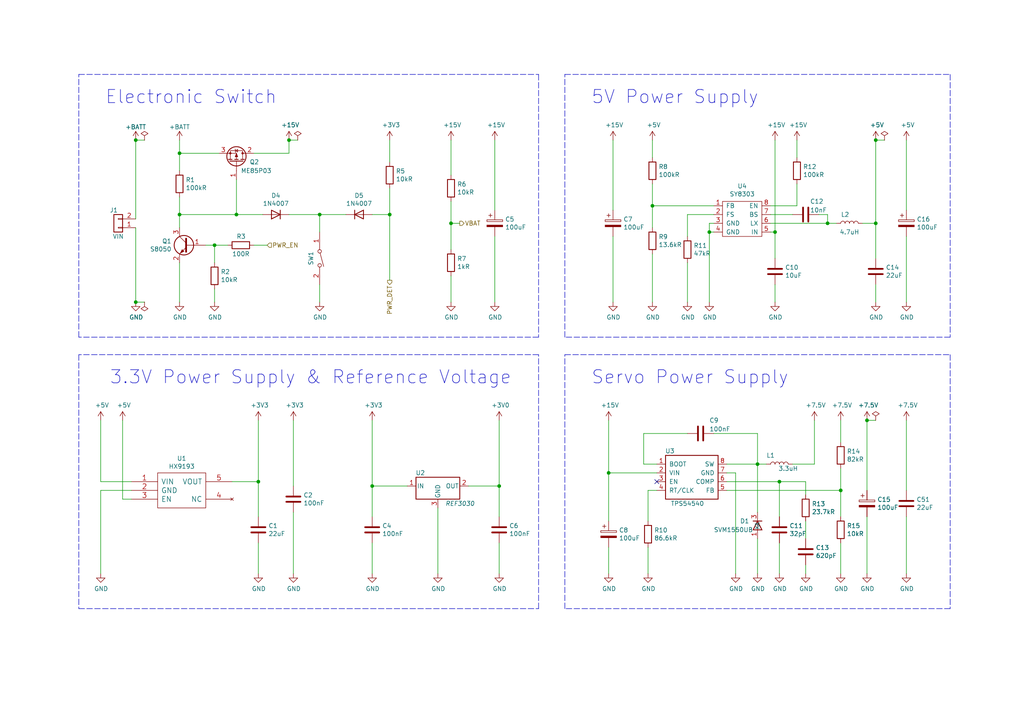
<source format=kicad_sch>
(kicad_sch (version 20211123) (generator eeschema)

  (uuid cebb9021-66d3-4116-98d4-5e6f3c1552be)

  (paper "A4")

  (title_block
    (title "MM32_Board")
    (date "2022-01-11")
    (rev "1.0.2")
  )

  (lib_symbols
    (symbol "Connector_Generic:Conn_01x02" (pin_names (offset 1.016) hide) (in_bom yes) (on_board yes)
      (property "Reference" "J" (id 0) (at 0 2.54 0)
        (effects (font (size 1.27 1.27)))
      )
      (property "Value" "Conn_01x02" (id 1) (at 0 -5.08 0)
        (effects (font (size 1.27 1.27)))
      )
      (property "Footprint" "" (id 2) (at 0 0 0)
        (effects (font (size 1.27 1.27)) hide)
      )
      (property "Datasheet" "~" (id 3) (at 0 0 0)
        (effects (font (size 1.27 1.27)) hide)
      )
      (property "ki_keywords" "connector" (id 4) (at 0 0 0)
        (effects (font (size 1.27 1.27)) hide)
      )
      (property "ki_description" "Generic connector, single row, 01x02, script generated (kicad-library-utils/schlib/autogen/connector/)" (id 5) (at 0 0 0)
        (effects (font (size 1.27 1.27)) hide)
      )
      (property "ki_fp_filters" "Connector*:*_1x??_*" (id 6) (at 0 0 0)
        (effects (font (size 1.27 1.27)) hide)
      )
      (symbol "Conn_01x02_1_1"
        (rectangle (start -1.27 -2.413) (end 0 -2.667)
          (stroke (width 0.1524) (type default) (color 0 0 0 0))
          (fill (type none))
        )
        (rectangle (start -1.27 0.127) (end 0 -0.127)
          (stroke (width 0.1524) (type default) (color 0 0 0 0))
          (fill (type none))
        )
        (rectangle (start -1.27 1.27) (end 1.27 -3.81)
          (stroke (width 0.254) (type default) (color 0 0 0 0))
          (fill (type none))
        )
        (pin passive line (at -5.08 0 0) (length 3.81)
          (name "Pin_1" (effects (font (size 1.27 1.27))))
          (number "1" (effects (font (size 1.27 1.27))))
        )
        (pin passive line (at -5.08 -2.54 0) (length 3.81)
          (name "Pin_2" (effects (font (size 1.27 1.27))))
          (number "2" (effects (font (size 1.27 1.27))))
        )
      )
    )
    (symbol "Device:C" (pin_numbers hide) (pin_names (offset 0.254)) (in_bom yes) (on_board yes)
      (property "Reference" "C" (id 0) (at 0.635 2.54 0)
        (effects (font (size 1.27 1.27)) (justify left))
      )
      (property "Value" "C" (id 1) (at 0.635 -2.54 0)
        (effects (font (size 1.27 1.27)) (justify left))
      )
      (property "Footprint" "" (id 2) (at 0.9652 -3.81 0)
        (effects (font (size 1.27 1.27)) hide)
      )
      (property "Datasheet" "~" (id 3) (at 0 0 0)
        (effects (font (size 1.27 1.27)) hide)
      )
      (property "ki_keywords" "cap capacitor" (id 4) (at 0 0 0)
        (effects (font (size 1.27 1.27)) hide)
      )
      (property "ki_description" "Unpolarized capacitor" (id 5) (at 0 0 0)
        (effects (font (size 1.27 1.27)) hide)
      )
      (property "ki_fp_filters" "C_*" (id 6) (at 0 0 0)
        (effects (font (size 1.27 1.27)) hide)
      )
      (symbol "C_0_1"
        (polyline
          (pts
            (xy -2.032 -0.762)
            (xy 2.032 -0.762)
          )
          (stroke (width 0.508) (type default) (color 0 0 0 0))
          (fill (type none))
        )
        (polyline
          (pts
            (xy -2.032 0.762)
            (xy 2.032 0.762)
          )
          (stroke (width 0.508) (type default) (color 0 0 0 0))
          (fill (type none))
        )
      )
      (symbol "C_1_1"
        (pin passive line (at 0 3.81 270) (length 2.794)
          (name "~" (effects (font (size 1.27 1.27))))
          (number "1" (effects (font (size 1.27 1.27))))
        )
        (pin passive line (at 0 -3.81 90) (length 2.794)
          (name "~" (effects (font (size 1.27 1.27))))
          (number "2" (effects (font (size 1.27 1.27))))
        )
      )
    )
    (symbol "Device:C_Polarized" (pin_numbers hide) (pin_names (offset 0.254)) (in_bom yes) (on_board yes)
      (property "Reference" "C" (id 0) (at 0.635 2.54 0)
        (effects (font (size 1.27 1.27)) (justify left))
      )
      (property "Value" "C_Polarized" (id 1) (at 0.635 -2.54 0)
        (effects (font (size 1.27 1.27)) (justify left))
      )
      (property "Footprint" "" (id 2) (at 0.9652 -3.81 0)
        (effects (font (size 1.27 1.27)) hide)
      )
      (property "Datasheet" "~" (id 3) (at 0 0 0)
        (effects (font (size 1.27 1.27)) hide)
      )
      (property "ki_keywords" "cap capacitor" (id 4) (at 0 0 0)
        (effects (font (size 1.27 1.27)) hide)
      )
      (property "ki_description" "Polarized capacitor" (id 5) (at 0 0 0)
        (effects (font (size 1.27 1.27)) hide)
      )
      (property "ki_fp_filters" "CP_*" (id 6) (at 0 0 0)
        (effects (font (size 1.27 1.27)) hide)
      )
      (symbol "C_Polarized_0_1"
        (rectangle (start -2.286 0.508) (end 2.286 1.016)
          (stroke (width 0) (type default) (color 0 0 0 0))
          (fill (type none))
        )
        (polyline
          (pts
            (xy -1.778 2.286)
            (xy -0.762 2.286)
          )
          (stroke (width 0) (type default) (color 0 0 0 0))
          (fill (type none))
        )
        (polyline
          (pts
            (xy -1.27 2.794)
            (xy -1.27 1.778)
          )
          (stroke (width 0) (type default) (color 0 0 0 0))
          (fill (type none))
        )
        (rectangle (start 2.286 -0.508) (end -2.286 -1.016)
          (stroke (width 0) (type default) (color 0 0 0 0))
          (fill (type outline))
        )
      )
      (symbol "C_Polarized_1_1"
        (pin passive line (at 0 3.81 270) (length 2.794)
          (name "~" (effects (font (size 1.27 1.27))))
          (number "1" (effects (font (size 1.27 1.27))))
        )
        (pin passive line (at 0 -3.81 90) (length 2.794)
          (name "~" (effects (font (size 1.27 1.27))))
          (number "2" (effects (font (size 1.27 1.27))))
        )
      )
    )
    (symbol "Device:L" (pin_numbers hide) (pin_names (offset 1.016) hide) (in_bom yes) (on_board yes)
      (property "Reference" "L" (id 0) (at -1.27 0 90)
        (effects (font (size 1.27 1.27)))
      )
      (property "Value" "L" (id 1) (at 1.905 0 90)
        (effects (font (size 1.27 1.27)))
      )
      (property "Footprint" "" (id 2) (at 0 0 0)
        (effects (font (size 1.27 1.27)) hide)
      )
      (property "Datasheet" "~" (id 3) (at 0 0 0)
        (effects (font (size 1.27 1.27)) hide)
      )
      (property "ki_keywords" "inductor choke coil reactor magnetic" (id 4) (at 0 0 0)
        (effects (font (size 1.27 1.27)) hide)
      )
      (property "ki_description" "Inductor" (id 5) (at 0 0 0)
        (effects (font (size 1.27 1.27)) hide)
      )
      (property "ki_fp_filters" "Choke_* *Coil* Inductor_* L_*" (id 6) (at 0 0 0)
        (effects (font (size 1.27 1.27)) hide)
      )
      (symbol "L_0_1"
        (arc (start 0 -2.54) (mid 0.635 -1.905) (end 0 -1.27)
          (stroke (width 0) (type default) (color 0 0 0 0))
          (fill (type none))
        )
        (arc (start 0 -1.27) (mid 0.635 -0.635) (end 0 0)
          (stroke (width 0) (type default) (color 0 0 0 0))
          (fill (type none))
        )
        (arc (start 0 0) (mid 0.635 0.635) (end 0 1.27)
          (stroke (width 0) (type default) (color 0 0 0 0))
          (fill (type none))
        )
        (arc (start 0 1.27) (mid 0.635 1.905) (end 0 2.54)
          (stroke (width 0) (type default) (color 0 0 0 0))
          (fill (type none))
        )
      )
      (symbol "L_1_1"
        (pin passive line (at 0 3.81 270) (length 1.27)
          (name "1" (effects (font (size 1.27 1.27))))
          (number "1" (effects (font (size 1.27 1.27))))
        )
        (pin passive line (at 0 -3.81 90) (length 1.27)
          (name "2" (effects (font (size 1.27 1.27))))
          (number "2" (effects (font (size 1.27 1.27))))
        )
      )
    )
    (symbol "Device:R" (pin_numbers hide) (pin_names (offset 0)) (in_bom yes) (on_board yes)
      (property "Reference" "R" (id 0) (at 2.032 0 90)
        (effects (font (size 1.27 1.27)))
      )
      (property "Value" "R" (id 1) (at 0 0 90)
        (effects (font (size 1.27 1.27)))
      )
      (property "Footprint" "" (id 2) (at -1.778 0 90)
        (effects (font (size 1.27 1.27)) hide)
      )
      (property "Datasheet" "~" (id 3) (at 0 0 0)
        (effects (font (size 1.27 1.27)) hide)
      )
      (property "ki_keywords" "R res resistor" (id 4) (at 0 0 0)
        (effects (font (size 1.27 1.27)) hide)
      )
      (property "ki_description" "Resistor" (id 5) (at 0 0 0)
        (effects (font (size 1.27 1.27)) hide)
      )
      (property "ki_fp_filters" "R_*" (id 6) (at 0 0 0)
        (effects (font (size 1.27 1.27)) hide)
      )
      (symbol "R_0_1"
        (rectangle (start -1.016 -2.54) (end 1.016 2.54)
          (stroke (width 0.254) (type default) (color 0 0 0 0))
          (fill (type none))
        )
      )
      (symbol "R_1_1"
        (pin passive line (at 0 3.81 270) (length 1.27)
          (name "~" (effects (font (size 1.27 1.27))))
          (number "1" (effects (font (size 1.27 1.27))))
        )
        (pin passive line (at 0 -3.81 90) (length 1.27)
          (name "~" (effects (font (size 1.27 1.27))))
          (number "2" (effects (font (size 1.27 1.27))))
        )
      )
    )
    (symbol "Diode:1N4007" (pin_numbers hide) (pin_names (offset 1.016) hide) (in_bom yes) (on_board yes)
      (property "Reference" "D" (id 0) (at 0 2.54 0)
        (effects (font (size 1.27 1.27)))
      )
      (property "Value" "1N4007" (id 1) (at 0 -2.54 0)
        (effects (font (size 1.27 1.27)))
      )
      (property "Footprint" "Diode_THT:D_DO-41_SOD81_P10.16mm_Horizontal" (id 2) (at 0 -4.445 0)
        (effects (font (size 1.27 1.27)) hide)
      )
      (property "Datasheet" "http://www.vishay.com/docs/88503/1n4001.pdf" (id 3) (at 0 0 0)
        (effects (font (size 1.27 1.27)) hide)
      )
      (property "ki_keywords" "diode" (id 4) (at 0 0 0)
        (effects (font (size 1.27 1.27)) hide)
      )
      (property "ki_description" "1000V 1A General Purpose Rectifier Diode, DO-41" (id 5) (at 0 0 0)
        (effects (font (size 1.27 1.27)) hide)
      )
      (property "ki_fp_filters" "D*DO?41*" (id 6) (at 0 0 0)
        (effects (font (size 1.27 1.27)) hide)
      )
      (symbol "1N4007_0_1"
        (polyline
          (pts
            (xy -1.27 1.27)
            (xy -1.27 -1.27)
          )
          (stroke (width 0.254) (type default) (color 0 0 0 0))
          (fill (type none))
        )
        (polyline
          (pts
            (xy 1.27 0)
            (xy -1.27 0)
          )
          (stroke (width 0) (type default) (color 0 0 0 0))
          (fill (type none))
        )
        (polyline
          (pts
            (xy 1.27 1.27)
            (xy 1.27 -1.27)
            (xy -1.27 0)
            (xy 1.27 1.27)
          )
          (stroke (width 0.254) (type default) (color 0 0 0 0))
          (fill (type none))
        )
      )
      (symbol "1N4007_1_1"
        (pin passive line (at -3.81 0 0) (length 2.54)
          (name "K" (effects (font (size 1.27 1.27))))
          (number "1" (effects (font (size 1.27 1.27))))
        )
        (pin passive line (at 3.81 0 180) (length 2.54)
          (name "A" (effects (font (size 1.27 1.27))))
          (number "2" (effects (font (size 1.27 1.27))))
        )
      )
    )
    (symbol "MM32_Periph:HX9193" (pin_names (offset 1.016)) (in_bom yes) (on_board yes)
      (property "Reference" "U" (id 0) (at 1.27 11.43 0)
        (effects (font (size 1.27 1.27)))
      )
      (property "Value" "HX9193" (id 1) (at 5.08 -1.27 0)
        (effects (font (size 1.27 1.27)))
      )
      (property "Footprint" "Package_TO_SOT_SMD:SOT-23-5" (id 2) (at 6.35 -3.81 0)
        (effects (font (size 1.27 1.27)) hide)
      )
      (property "Datasheet" "" (id 3) (at 0 0 0)
        (effects (font (size 1.27 1.27)) hide)
      )
      (symbol "HX9193_0_1"
        (rectangle (start 0 10.16) (end 13.97 0)
          (stroke (width 0) (type default) (color 0 0 0 0))
          (fill (type none))
        )
      )
      (symbol "HX9193_1_1"
        (pin power_in line (at -7.62 7.62 0) (length 7.62)
          (name "VIN" (effects (font (size 1.4986 1.4986))))
          (number "1" (effects (font (size 1.4986 1.4986))))
        )
        (pin power_in line (at -7.62 5.08 0) (length 7.62)
          (name "GND" (effects (font (size 1.4986 1.4986))))
          (number "2" (effects (font (size 1.4986 1.4986))))
        )
        (pin input line (at -7.62 2.54 0) (length 7.62)
          (name "EN" (effects (font (size 1.4986 1.4986))))
          (number "3" (effects (font (size 1.4986 1.4986))))
        )
        (pin no_connect line (at 21.59 2.54 180) (length 7.62)
          (name "NC" (effects (font (size 1.4986 1.4986))))
          (number "4" (effects (font (size 1.4986 1.4986))))
        )
        (pin power_out line (at 21.59 7.62 180) (length 7.62)
          (name "VOUT" (effects (font (size 1.4986 1.4986))))
          (number "5" (effects (font (size 1.4986 1.4986))))
        )
      )
    )
    (symbol "MM32_Periph:ME85P03" (pin_names (offset 1.016) hide) (in_bom yes) (on_board yes)
      (property "Reference" "Q" (id 0) (at 11.43 3.81 0)
        (effects (font (size 1.27 1.27)))
      )
      (property "Value" "ME85P03" (id 1) (at 13.97 1.27 0)
        (effects (font (size 1.27 1.27)))
      )
      (property "Footprint" "Package_TO_SOT_SMD:TO-252-2" (id 2) (at 8.89 -7.62 0)
        (effects (font (size 1.27 1.27)) hide)
      )
      (property "Datasheet" "" (id 3) (at 11.43 3.81 0)
        (effects (font (size 1.27 1.27)) hide)
      )
      (symbol "ME85P03_1_1"
        (polyline
          (pts
            (xy 5.334 5.08)
            (xy 2.54 5.08)
          )
          (stroke (width 0) (type default) (color 0 0 0 0))
          (fill (type none))
        )
        (polyline
          (pts
            (xy 5.334 6.985)
            (xy 5.334 3.175)
          )
          (stroke (width 0.254) (type default) (color 0 0 0 0))
          (fill (type none))
        )
        (polyline
          (pts
            (xy 5.842 3.81)
            (xy 5.842 2.794)
          )
          (stroke (width 0.254) (type default) (color 0 0 0 0))
          (fill (type none))
        )
        (polyline
          (pts
            (xy 5.842 5.588)
            (xy 5.842 4.572)
          )
          (stroke (width 0.254) (type default) (color 0 0 0 0))
          (fill (type none))
        )
        (polyline
          (pts
            (xy 5.842 7.366)
            (xy 5.842 6.35)
          )
          (stroke (width 0.254) (type default) (color 0 0 0 0))
          (fill (type none))
        )
        (polyline
          (pts
            (xy 7.62 7.62)
            (xy 7.62 6.858)
          )
          (stroke (width 0) (type default) (color 0 0 0 0))
          (fill (type none))
        )
        (polyline
          (pts
            (xy 7.62 2.54)
            (xy 7.62 5.08)
            (xy 5.842 5.08)
          )
          (stroke (width 0) (type default) (color 0 0 0 0))
          (fill (type none))
        )
        (polyline
          (pts
            (xy 5.842 3.302)
            (xy 8.382 3.302)
            (xy 8.382 6.858)
            (xy 5.842 6.858)
          )
          (stroke (width 0) (type default) (color 0 0 0 0))
          (fill (type none))
        )
        (polyline
          (pts
            (xy 7.5946 5.08)
            (xy 6.5786 4.699)
            (xy 6.5786 5.461)
            (xy 7.5946 5.08)
          )
          (stroke (width 0) (type default) (color 0 0 0 0))
          (fill (type outline))
        )
        (polyline
          (pts
            (xy 7.8486 4.9022)
            (xy 7.9756 4.7752)
            (xy 8.7376 4.7752)
            (xy 8.8646 4.6482)
          )
          (stroke (width 0) (type default) (color 0 0 0 0))
          (fill (type none))
        )
        (polyline
          (pts
            (xy 8.3566 4.8006)
            (xy 8.7376 5.4356)
            (xy 7.9756 5.4356)
            (xy 8.3566 4.8006)
          )
          (stroke (width 0) (type default) (color 0 0 0 0))
          (fill (type none))
        )
        (circle (center 6.731 5.08) (radius 2.794)
          (stroke (width 0.254) (type default) (color 0 0 0 0))
          (fill (type none))
        )
        (circle (center 7.62 3.302) (radius 0.254)
          (stroke (width 0) (type default) (color 0 0 0 0))
          (fill (type outline))
        )
        (circle (center 7.62 6.858) (radius 0.254)
          (stroke (width 0) (type default) (color 0 0 0 0))
          (fill (type outline))
        )
        (pin passive line (at 0 5.08 0) (length 2.54)
          (name "G" (effects (font (size 1.27 1.27))))
          (number "1" (effects (font (size 1.27 1.27))))
        )
        (pin passive line (at 7.62 10.16 270) (length 2.54)
          (name "D" (effects (font (size 1.27 1.27))))
          (number "2" (effects (font (size 1.27 1.27))))
        )
        (pin passive line (at 7.62 0 90) (length 2.54)
          (name "S" (effects (font (size 1.27 1.27))))
          (number "3" (effects (font (size 1.27 1.27))))
        )
      )
    )
    (symbol "MM32_Periph:S8050" (pin_names (offset 1.016) hide) (in_bom yes) (on_board yes)
      (property "Reference" "Q" (id 0) (at 10.16 6.35 0)
        (effects (font (size 1.27 1.27)))
      )
      (property "Value" "S8050" (id 1) (at 12.7 3.81 0)
        (effects (font (size 1.27 1.27)))
      )
      (property "Footprint" "Package_TO_SOT_SMD:SOT-23" (id 2) (at 24.13 1.27 0)
        (effects (font (size 1.27 1.27)) hide)
      )
      (property "Datasheet" "" (id 3) (at 10.16 6.35 0)
        (effects (font (size 1.27 1.27)) hide)
      )
      (symbol "S8050_1_1"
        (polyline
          (pts
            (xy 5.08 5.08)
            (xy 5.715 5.08)
          )
          (stroke (width 0) (type default) (color 0 0 0 0))
          (fill (type none))
        )
        (polyline
          (pts
            (xy 5.715 5.715)
            (xy 7.62 7.62)
          )
          (stroke (width 0) (type default) (color 0 0 0 0))
          (fill (type none))
        )
        (polyline
          (pts
            (xy 5.715 4.445)
            (xy 7.62 2.54)
            (xy 7.62 2.54)
          )
          (stroke (width 0) (type default) (color 0 0 0 0))
          (fill (type none))
        )
        (polyline
          (pts
            (xy 5.715 6.985)
            (xy 5.715 3.175)
            (xy 5.715 3.175)
          )
          (stroke (width 0.508) (type default) (color 0 0 0 0))
          (fill (type none))
        )
        (polyline
          (pts
            (xy 6.35 3.302)
            (xy 6.858 3.81)
            (xy 7.366 2.794)
            (xy 6.35 3.302)
            (xy 6.35 3.302)
          )
          (stroke (width 0) (type default) (color 0 0 0 0))
          (fill (type outline))
        )
        (circle (center 6.35 5.08) (radius 2.8194)
          (stroke (width 0.254) (type default) (color 0 0 0 0))
          (fill (type none))
        )
        (pin input line (at 0 5.08 0) (length 5.08)
          (name "B" (effects (font (size 1.27 1.27))))
          (number "1" (effects (font (size 1.27 1.27))))
        )
        (pin passive line (at 7.62 0 90) (length 2.54)
          (name "E" (effects (font (size 1.27 1.27))))
          (number "2" (effects (font (size 1.27 1.27))))
        )
        (pin passive line (at 7.62 10.16 270) (length 2.54)
          (name "C" (effects (font (size 1.27 1.27))))
          (number "3" (effects (font (size 1.27 1.27))))
        )
      )
    )
    (symbol "MM32_Periph:SVM1550UB" (pin_names (offset 1.016)) (in_bom yes) (on_board yes)
      (property "Reference" "D" (id 0) (at 2.54 3.81 0)
        (effects (font (size 1.27 1.27)))
      )
      (property "Value" "SVM1550UB" (id 1) (at 3.81 -1.27 0)
        (effects (font (size 1.27 1.27)))
      )
      (property "Footprint" "Package_TO_SOT_SMD:TO-277B" (id 2) (at 2.54 3.81 0)
        (effects (font (size 1.27 1.27)) hide)
      )
      (property "Datasheet" "" (id 3) (at 2.54 3.81 0)
        (effects (font (size 1.27 1.27)) hide)
      )
      (symbol "SVM1550UB_1_1"
        (polyline
          (pts
            (xy 2.54 2.54)
            (xy 2.54 0)
          )
          (stroke (width 0.254) (type default) (color 0 0 0 0))
          (fill (type none))
        )
        (polyline
          (pts
            (xy 5.08 1.27)
            (xy 2.54 1.27)
          )
          (stroke (width 0) (type default) (color 0 0 0 0))
          (fill (type none))
        )
        (polyline
          (pts
            (xy 5.08 2.54)
            (xy 5.08 0)
            (xy 2.54 1.27)
            (xy 5.08 2.54)
          )
          (stroke (width 0.254) (type default) (color 0 0 0 0))
          (fill (type none))
        )
        (pin passive line (at 7.62 1.27 180) (length 2.54)
          (name "A" (effects (font (size 1.27 1.27))))
          (number "1" (effects (font (size 1.27 1.27))))
        )
        (pin passive line (at 7.62 1.27 180) (length 2.54) hide
          (name "A" (effects (font (size 1.27 1.27))))
          (number "2" (effects (font (size 1.27 1.27))))
        )
        (pin passive line (at 0 1.27 0) (length 2.54)
          (name "K" (effects (font (size 1.27 1.27))))
          (number "3" (effects (font (size 1.27 1.27))))
        )
      )
    )
    (symbol "MM32_Periph:SY8303" (pin_names (offset 1.016)) (in_bom yes) (on_board yes)
      (property "Reference" "U" (id 0) (at 1.27 11.43 0)
        (effects (font (size 1.27 1.27)))
      )
      (property "Value" "SY8303" (id 1) (at 5.08 -1.27 0)
        (effects (font (size 1.27 1.27)))
      )
      (property "Footprint" "Package_TO_SOT_SMD:SOT-23-8" (id 2) (at 16.51 -3.81 0)
        (effects (font (size 1.27 1.27)) hide)
      )
      (property "Datasheet" "" (id 3) (at 0 3.81 0)
        (effects (font (size 1.27 1.27)) hide)
      )
      (symbol "SY8303_0_1"
        (rectangle (start 0 10.16) (end 11.43 0)
          (stroke (width 0) (type default) (color 0 0 0 0))
          (fill (type none))
        )
      )
      (symbol "SY8303_1_1"
        (pin input line (at -2.54 8.89 0) (length 2.54)
          (name "FB" (effects (font (size 1.27 1.27))))
          (number "1" (effects (font (size 1.27 1.27))))
        )
        (pin output line (at -2.54 6.35 0) (length 2.54)
          (name "FS" (effects (font (size 1.27 1.27))))
          (number "2" (effects (font (size 1.27 1.27))))
        )
        (pin power_in line (at -2.54 3.81 0) (length 2.54)
          (name "GND" (effects (font (size 1.27 1.27))))
          (number "3" (effects (font (size 1.27 1.27))))
        )
        (pin power_in line (at -2.54 1.27 0) (length 2.54)
          (name "GND" (effects (font (size 1.27 1.27))))
          (number "4" (effects (font (size 1.27 1.27))))
        )
        (pin power_in line (at 13.97 1.27 180) (length 2.54)
          (name "IN" (effects (font (size 1.27 1.27))))
          (number "5" (effects (font (size 1.27 1.27))))
        )
        (pin output line (at 13.97 3.81 180) (length 2.54)
          (name "LX" (effects (font (size 1.27 1.27))))
          (number "6" (effects (font (size 1.27 1.27))))
        )
        (pin input line (at 13.97 6.35 180) (length 2.54)
          (name "BS" (effects (font (size 1.27 1.27))))
          (number "7" (effects (font (size 1.27 1.27))))
        )
        (pin input line (at 13.97 8.89 180) (length 2.54)
          (name "EN" (effects (font (size 1.27 1.27))))
          (number "8" (effects (font (size 1.27 1.27))))
        )
      )
    )
    (symbol "MM32_Periph:TPS54540" (pin_names (offset 1.016)) (in_bom yes) (on_board yes)
      (property "Reference" "U" (id 0) (at 1.27 13.97 0)
        (effects (font (size 1.27 1.27)))
      )
      (property "Value" "TPS54540" (id 1) (at 5.08 -1.27 0)
        (effects (font (size 1.27 1.27)))
      )
      (property "Footprint" "Package_SO:TI_SO-PowerPAD-8" (id 2) (at 8.89 -3.81 0)
        (effects (font (size 1.27 1.27)) hide)
      )
      (property "Datasheet" "" (id 3) (at 1.27 13.97 0)
        (effects (font (size 1.27 1.27)) hide)
      )
      (symbol "TPS54540_0_1"
        (rectangle (start 0 12.7) (end 15.24 0)
          (stroke (width 0.254) (type default) (color 0 0 0 0))
          (fill (type none))
        )
      )
      (symbol "TPS54540_1_1"
        (pin input line (at -2.54 10.16 0) (length 2.54)
          (name "BOOT" (effects (font (size 1.27 1.27))))
          (number "1" (effects (font (size 1.27 1.27))))
        )
        (pin power_in line (at -2.54 7.62 0) (length 2.54)
          (name "VIN" (effects (font (size 1.27 1.27))))
          (number "2" (effects (font (size 1.27 1.27))))
        )
        (pin input line (at -2.54 5.08 0) (length 2.54)
          (name "EN" (effects (font (size 1.27 1.27))))
          (number "3" (effects (font (size 1.27 1.27))))
        )
        (pin output line (at -2.54 2.54 0) (length 2.54)
          (name "RT/CLK" (effects (font (size 1.27 1.27))))
          (number "4" (effects (font (size 1.27 1.27))))
        )
        (pin input line (at 17.78 2.54 180) (length 2.54)
          (name "FB" (effects (font (size 1.27 1.27))))
          (number "5" (effects (font (size 1.27 1.27))))
        )
        (pin output line (at 17.78 5.08 180) (length 2.54)
          (name "COMP" (effects (font (size 1.27 1.27))))
          (number "6" (effects (font (size 1.27 1.27))))
        )
        (pin input line (at 17.78 7.62 180) (length 2.54)
          (name "GND" (effects (font (size 1.27 1.27))))
          (number "7" (effects (font (size 1.27 1.27))))
        )
        (pin output line (at 17.78 10.16 180) (length 2.54)
          (name "SW" (effects (font (size 1.27 1.27))))
          (number "8" (effects (font (size 1.27 1.27))))
        )
        (pin power_in line (at 17.78 7.62 180) (length 2.54) hide
          (name "EP" (effects (font (size 1.27 1.27))))
          (number "9" (effects (font (size 1.27 1.27))))
        )
      )
    )
    (symbol "Reference_Voltage:REF3030" (pin_names (offset 0.254)) (in_bom yes) (on_board yes)
      (property "Reference" "U" (id 0) (at 0 6.35 0)
        (effects (font (size 1.27 1.27)))
      )
      (property "Value" "REF3030" (id 1) (at 2.54 -6.35 0)
        (effects (font (size 1.27 1.27) italic))
      )
      (property "Footprint" "Package_TO_SOT_SMD:SOT-23" (id 2) (at 0 -11.43 0)
        (effects (font (size 1.27 1.27) italic) hide)
      )
      (property "Datasheet" "http://www.ti.com/lit/ds/symlink/ref3033.pdf" (id 3) (at 2.54 -8.89 0)
        (effects (font (size 1.27 1.27) italic) hide)
      )
      (property "ki_keywords" "voltage reference" (id 4) (at 0 0 0)
        (effects (font (size 1.27 1.27)) hide)
      )
      (property "ki_description" "3.0V 50-ppm/°C Max, 50-μA, CMOS Voltage Reference, SOT-23-3" (id 5) (at 0 0 0)
        (effects (font (size 1.27 1.27)) hide)
      )
      (property "ki_fp_filters" "SOT?23*" (id 6) (at 0 0 0)
        (effects (font (size 1.27 1.27)) hide)
      )
      (symbol "REF3030_0_1"
        (rectangle (start 0 6.35) (end 12.7 0)
          (stroke (width 0.254) (type default) (color 0 0 0 0))
          (fill (type none))
        )
      )
      (symbol "REF3030_1_1"
        (pin power_in line (at -2.54 3.81 0) (length 2.54)
          (name "IN" (effects (font (size 1.27 1.27))))
          (number "1" (effects (font (size 1.27 1.27))))
        )
        (pin power_out line (at 15.24 3.81 180) (length 2.54)
          (name "OUT" (effects (font (size 1.27 1.27))))
          (number "2" (effects (font (size 1.27 1.27))))
        )
        (pin power_in line (at 6.35 -2.54 90) (length 2.54)
          (name "GND" (effects (font (size 1.27 1.27))))
          (number "3" (effects (font (size 1.27 1.27))))
        )
      )
    )
    (symbol "Switch:SW_DIP_x01" (pin_names (offset 0) hide) (in_bom yes) (on_board yes)
      (property "Reference" "SW" (id 0) (at 0 3.81 0)
        (effects (font (size 1.27 1.27)))
      )
      (property "Value" "SW_DIP_x01" (id 1) (at 0 -3.81 0)
        (effects (font (size 1.27 1.27)))
      )
      (property "Footprint" "" (id 2) (at 0 0 0)
        (effects (font (size 1.27 1.27)) hide)
      )
      (property "Datasheet" "~" (id 3) (at 0 0 0)
        (effects (font (size 1.27 1.27)) hide)
      )
      (property "ki_keywords" "dip switch" (id 4) (at 0 0 0)
        (effects (font (size 1.27 1.27)) hide)
      )
      (property "ki_description" "1x DIP Switch, Single Pole Single Throw (SPST) switch, small symbol" (id 5) (at 0 0 0)
        (effects (font (size 1.27 1.27)) hide)
      )
      (property "ki_fp_filters" "SW?DIP?x1*" (id 6) (at 0 0 0)
        (effects (font (size 1.27 1.27)) hide)
      )
      (symbol "SW_DIP_x01_0_0"
        (circle (center -2.032 0) (radius 0.508)
          (stroke (width 0) (type default) (color 0 0 0 0))
          (fill (type none))
        )
        (polyline
          (pts
            (xy -1.524 0.127)
            (xy 2.3622 1.1684)
          )
          (stroke (width 0) (type default) (color 0 0 0 0))
          (fill (type none))
        )
        (circle (center 2.032 0) (radius 0.508)
          (stroke (width 0) (type default) (color 0 0 0 0))
          (fill (type none))
        )
      )
      (symbol "SW_DIP_x01_1_1"
        (pin passive line (at -7.62 0 0) (length 5.08)
          (name "~" (effects (font (size 1.27 1.27))))
          (number "1" (effects (font (size 1.27 1.27))))
        )
        (pin passive line (at 7.62 0 180) (length 5.08)
          (name "~" (effects (font (size 1.27 1.27))))
          (number "2" (effects (font (size 1.27 1.27))))
        )
      )
    )
    (symbol "power:+15V" (power) (pin_names (offset 0)) (in_bom yes) (on_board yes)
      (property "Reference" "#PWR" (id 0) (at 0 -3.81 0)
        (effects (font (size 1.27 1.27)) hide)
      )
      (property "Value" "+15V" (id 1) (at 0 3.556 0)
        (effects (font (size 1.27 1.27)))
      )
      (property "Footprint" "" (id 2) (at 0 0 0)
        (effects (font (size 1.27 1.27)) hide)
      )
      (property "Datasheet" "" (id 3) (at 0 0 0)
        (effects (font (size 1.27 1.27)) hide)
      )
      (property "ki_keywords" "power-flag" (id 4) (at 0 0 0)
        (effects (font (size 1.27 1.27)) hide)
      )
      (property "ki_description" "Power symbol creates a global label with name \"+15V\"" (id 5) (at 0 0 0)
        (effects (font (size 1.27 1.27)) hide)
      )
      (symbol "+15V_0_1"
        (polyline
          (pts
            (xy -0.762 1.27)
            (xy 0 2.54)
          )
          (stroke (width 0) (type default) (color 0 0 0 0))
          (fill (type none))
        )
        (polyline
          (pts
            (xy 0 0)
            (xy 0 2.54)
          )
          (stroke (width 0) (type default) (color 0 0 0 0))
          (fill (type none))
        )
        (polyline
          (pts
            (xy 0 2.54)
            (xy 0.762 1.27)
          )
          (stroke (width 0) (type default) (color 0 0 0 0))
          (fill (type none))
        )
      )
      (symbol "+15V_1_1"
        (pin power_in line (at 0 0 90) (length 0) hide
          (name "+15V" (effects (font (size 1.27 1.27))))
          (number "1" (effects (font (size 1.27 1.27))))
        )
      )
    )
    (symbol "power:+3.3V" (power) (pin_names (offset 0)) (in_bom yes) (on_board yes)
      (property "Reference" "#PWR" (id 0) (at 0 -3.81 0)
        (effects (font (size 1.27 1.27)) hide)
      )
      (property "Value" "+3.3V" (id 1) (at 0 3.556 0)
        (effects (font (size 1.27 1.27)))
      )
      (property "Footprint" "" (id 2) (at 0 0 0)
        (effects (font (size 1.27 1.27)) hide)
      )
      (property "Datasheet" "" (id 3) (at 0 0 0)
        (effects (font (size 1.27 1.27)) hide)
      )
      (property "ki_keywords" "power-flag" (id 4) (at 0 0 0)
        (effects (font (size 1.27 1.27)) hide)
      )
      (property "ki_description" "Power symbol creates a global label with name \"+3.3V\"" (id 5) (at 0 0 0)
        (effects (font (size 1.27 1.27)) hide)
      )
      (symbol "+3.3V_0_1"
        (polyline
          (pts
            (xy -0.762 1.27)
            (xy 0 2.54)
          )
          (stroke (width 0) (type default) (color 0 0 0 0))
          (fill (type none))
        )
        (polyline
          (pts
            (xy 0 0)
            (xy 0 2.54)
          )
          (stroke (width 0) (type default) (color 0 0 0 0))
          (fill (type none))
        )
        (polyline
          (pts
            (xy 0 2.54)
            (xy 0.762 1.27)
          )
          (stroke (width 0) (type default) (color 0 0 0 0))
          (fill (type none))
        )
      )
      (symbol "+3.3V_1_1"
        (pin power_in line (at 0 0 90) (length 0) hide
          (name "+3V3" (effects (font (size 1.27 1.27))))
          (number "1" (effects (font (size 1.27 1.27))))
        )
      )
    )
    (symbol "power:+3V0" (power) (pin_names (offset 0)) (in_bom yes) (on_board yes)
      (property "Reference" "#PWR" (id 0) (at 0 -3.81 0)
        (effects (font (size 1.27 1.27)) hide)
      )
      (property "Value" "+3V0" (id 1) (at 0 3.556 0)
        (effects (font (size 1.27 1.27)))
      )
      (property "Footprint" "" (id 2) (at 0 0 0)
        (effects (font (size 1.27 1.27)) hide)
      )
      (property "Datasheet" "" (id 3) (at 0 0 0)
        (effects (font (size 1.27 1.27)) hide)
      )
      (property "ki_keywords" "power-flag" (id 4) (at 0 0 0)
        (effects (font (size 1.27 1.27)) hide)
      )
      (property "ki_description" "Power symbol creates a global label with name \"+3V0\"" (id 5) (at 0 0 0)
        (effects (font (size 1.27 1.27)) hide)
      )
      (symbol "+3V0_0_1"
        (polyline
          (pts
            (xy -0.762 1.27)
            (xy 0 2.54)
          )
          (stroke (width 0) (type default) (color 0 0 0 0))
          (fill (type none))
        )
        (polyline
          (pts
            (xy 0 0)
            (xy 0 2.54)
          )
          (stroke (width 0) (type default) (color 0 0 0 0))
          (fill (type none))
        )
        (polyline
          (pts
            (xy 0 2.54)
            (xy 0.762 1.27)
          )
          (stroke (width 0) (type default) (color 0 0 0 0))
          (fill (type none))
        )
      )
      (symbol "+3V0_1_1"
        (pin power_in line (at 0 0 90) (length 0) hide
          (name "+3V0" (effects (font (size 1.27 1.27))))
          (number "1" (effects (font (size 1.27 1.27))))
        )
      )
    )
    (symbol "power:+5V" (power) (pin_names (offset 0)) (in_bom yes) (on_board yes)
      (property "Reference" "#PWR" (id 0) (at 0 -3.81 0)
        (effects (font (size 1.27 1.27)) hide)
      )
      (property "Value" "+5V" (id 1) (at 0 3.556 0)
        (effects (font (size 1.27 1.27)))
      )
      (property "Footprint" "" (id 2) (at 0 0 0)
        (effects (font (size 1.27 1.27)) hide)
      )
      (property "Datasheet" "" (id 3) (at 0 0 0)
        (effects (font (size 1.27 1.27)) hide)
      )
      (property "ki_keywords" "power-flag" (id 4) (at 0 0 0)
        (effects (font (size 1.27 1.27)) hide)
      )
      (property "ki_description" "Power symbol creates a global label with name \"+5V\"" (id 5) (at 0 0 0)
        (effects (font (size 1.27 1.27)) hide)
      )
      (symbol "+5V_0_1"
        (polyline
          (pts
            (xy -0.762 1.27)
            (xy 0 2.54)
          )
          (stroke (width 0) (type default) (color 0 0 0 0))
          (fill (type none))
        )
        (polyline
          (pts
            (xy 0 0)
            (xy 0 2.54)
          )
          (stroke (width 0) (type default) (color 0 0 0 0))
          (fill (type none))
        )
        (polyline
          (pts
            (xy 0 2.54)
            (xy 0.762 1.27)
          )
          (stroke (width 0) (type default) (color 0 0 0 0))
          (fill (type none))
        )
      )
      (symbol "+5V_1_1"
        (pin power_in line (at 0 0 90) (length 0) hide
          (name "+5V" (effects (font (size 1.27 1.27))))
          (number "1" (effects (font (size 1.27 1.27))))
        )
      )
    )
    (symbol "power:+7.5V" (power) (pin_names (offset 0)) (in_bom yes) (on_board yes)
      (property "Reference" "#PWR" (id 0) (at 0 -3.81 0)
        (effects (font (size 1.27 1.27)) hide)
      )
      (property "Value" "+7.5V" (id 1) (at 0 3.556 0)
        (effects (font (size 1.27 1.27)))
      )
      (property "Footprint" "" (id 2) (at 0 0 0)
        (effects (font (size 1.27 1.27)) hide)
      )
      (property "Datasheet" "" (id 3) (at 0 0 0)
        (effects (font (size 1.27 1.27)) hide)
      )
      (property "ki_keywords" "power-flag" (id 4) (at 0 0 0)
        (effects (font (size 1.27 1.27)) hide)
      )
      (property "ki_description" "Power symbol creates a global label with name \"+7.5V\"" (id 5) (at 0 0 0)
        (effects (font (size 1.27 1.27)) hide)
      )
      (symbol "+7.5V_0_1"
        (polyline
          (pts
            (xy -0.762 1.27)
            (xy 0 2.54)
          )
          (stroke (width 0) (type default) (color 0 0 0 0))
          (fill (type none))
        )
        (polyline
          (pts
            (xy 0 0)
            (xy 0 2.54)
          )
          (stroke (width 0) (type default) (color 0 0 0 0))
          (fill (type none))
        )
        (polyline
          (pts
            (xy 0 2.54)
            (xy 0.762 1.27)
          )
          (stroke (width 0) (type default) (color 0 0 0 0))
          (fill (type none))
        )
      )
      (symbol "+7.5V_1_1"
        (pin power_in line (at 0 0 90) (length 0) hide
          (name "+7.5V" (effects (font (size 1.27 1.27))))
          (number "1" (effects (font (size 1.27 1.27))))
        )
      )
    )
    (symbol "power:+BATT" (power) (pin_names (offset 0)) (in_bom yes) (on_board yes)
      (property "Reference" "#PWR" (id 0) (at 0 -3.81 0)
        (effects (font (size 1.27 1.27)) hide)
      )
      (property "Value" "+BATT" (id 1) (at 0 3.556 0)
        (effects (font (size 1.27 1.27)))
      )
      (property "Footprint" "" (id 2) (at 0 0 0)
        (effects (font (size 1.27 1.27)) hide)
      )
      (property "Datasheet" "" (id 3) (at 0 0 0)
        (effects (font (size 1.27 1.27)) hide)
      )
      (property "ki_keywords" "power-flag battery" (id 4) (at 0 0 0)
        (effects (font (size 1.27 1.27)) hide)
      )
      (property "ki_description" "Power symbol creates a global label with name \"+BATT\"" (id 5) (at 0 0 0)
        (effects (font (size 1.27 1.27)) hide)
      )
      (symbol "+BATT_0_1"
        (polyline
          (pts
            (xy -0.762 1.27)
            (xy 0 2.54)
          )
          (stroke (width 0) (type default) (color 0 0 0 0))
          (fill (type none))
        )
        (polyline
          (pts
            (xy 0 0)
            (xy 0 2.54)
          )
          (stroke (width 0) (type default) (color 0 0 0 0))
          (fill (type none))
        )
        (polyline
          (pts
            (xy 0 2.54)
            (xy 0.762 1.27)
          )
          (stroke (width 0) (type default) (color 0 0 0 0))
          (fill (type none))
        )
      )
      (symbol "+BATT_1_1"
        (pin power_in line (at 0 0 90) (length 0) hide
          (name "+BATT" (effects (font (size 1.27 1.27))))
          (number "1" (effects (font (size 1.27 1.27))))
        )
      )
    )
    (symbol "power:GND" (power) (pin_names (offset 0)) (in_bom yes) (on_board yes)
      (property "Reference" "#PWR" (id 0) (at 0 -6.35 0)
        (effects (font (size 1.27 1.27)) hide)
      )
      (property "Value" "GND" (id 1) (at 0 -3.81 0)
        (effects (font (size 1.27 1.27)))
      )
      (property "Footprint" "" (id 2) (at 0 0 0)
        (effects (font (size 1.27 1.27)) hide)
      )
      (property "Datasheet" "" (id 3) (at 0 0 0)
        (effects (font (size 1.27 1.27)) hide)
      )
      (property "ki_keywords" "power-flag" (id 4) (at 0 0 0)
        (effects (font (size 1.27 1.27)) hide)
      )
      (property "ki_description" "Power symbol creates a global label with name \"GND\" , ground" (id 5) (at 0 0 0)
        (effects (font (size 1.27 1.27)) hide)
      )
      (symbol "GND_0_1"
        (polyline
          (pts
            (xy 0 0)
            (xy 0 -1.27)
            (xy 1.27 -1.27)
            (xy 0 -2.54)
            (xy -1.27 -1.27)
            (xy 0 -1.27)
          )
          (stroke (width 0) (type default) (color 0 0 0 0))
          (fill (type none))
        )
      )
      (symbol "GND_1_1"
        (pin power_in line (at 0 0 270) (length 0) hide
          (name "GND" (effects (font (size 1.27 1.27))))
          (number "1" (effects (font (size 1.27 1.27))))
        )
      )
    )
    (symbol "power:PWR_FLAG" (power) (pin_numbers hide) (pin_names (offset 0) hide) (in_bom yes) (on_board yes)
      (property "Reference" "#FLG" (id 0) (at 0 1.905 0)
        (effects (font (size 1.27 1.27)) hide)
      )
      (property "Value" "PWR_FLAG" (id 1) (at 0 3.81 0)
        (effects (font (size 1.27 1.27)))
      )
      (property "Footprint" "" (id 2) (at 0 0 0)
        (effects (font (size 1.27 1.27)) hide)
      )
      (property "Datasheet" "~" (id 3) (at 0 0 0)
        (effects (font (size 1.27 1.27)) hide)
      )
      (property "ki_keywords" "power-flag" (id 4) (at 0 0 0)
        (effects (font (size 1.27 1.27)) hide)
      )
      (property "ki_description" "Special symbol for telling ERC where power comes from" (id 5) (at 0 0 0)
        (effects (font (size 1.27 1.27)) hide)
      )
      (symbol "PWR_FLAG_0_0"
        (pin power_out line (at 0 0 90) (length 0)
          (name "pwr" (effects (font (size 1.27 1.27))))
          (number "1" (effects (font (size 1.27 1.27))))
        )
      )
      (symbol "PWR_FLAG_0_1"
        (polyline
          (pts
            (xy 0 0)
            (xy 0 1.27)
            (xy -1.016 1.905)
            (xy 0 2.54)
            (xy 1.016 1.905)
            (xy 0 1.27)
          )
          (stroke (width 0) (type default) (color 0 0 0 0))
          (fill (type none))
        )
      )
    )
  )

  (junction (at 130.81 64.77) (diameter 0) (color 0 0 0 0)
    (uuid 06665bf8-cef1-4e75-8d5b-1537b3c1b090)
  )
  (junction (at 189.23 59.69) (diameter 0) (color 0 0 0 0)
    (uuid 337e8520-cbd2-42c0-8d17-743bab17cbbd)
  )
  (junction (at 83.82 40.64) (diameter 0) (color 0 0 0 0)
    (uuid 35fb7c56-dc85-43f7-b954-81b8040a8500)
  )
  (junction (at 226.06 139.7) (diameter 0) (color 0 0 0 0)
    (uuid 51cc007a-3378-4ce3-909c-71e94822f8d1)
  )
  (junction (at 205.74 67.31) (diameter 0) (color 0 0 0 0)
    (uuid 5c7d6eaf-f256-4349-8203-d2e836872231)
  )
  (junction (at 92.71 62.23) (diameter 0) (color 0 0 0 0)
    (uuid 5eb16f0d-ef1e-4549-97a1-19cd06ad7236)
  )
  (junction (at 144.78 140.97) (diameter 0) (color 0 0 0 0)
    (uuid 5f6afe3e-3cb2-473a-819c-dc94ae52a6be)
  )
  (junction (at 68.58 62.23) (diameter 0) (color 0 0 0 0)
    (uuid 6f1beb86-67e1-46bf-8c2b-6d1e1485d5c0)
  )
  (junction (at 240.03 64.77) (diameter 0) (color 0 0 0 0)
    (uuid 759788bd-3cb9-4d38-b58c-5cb10b7dca6b)
  )
  (junction (at 224.79 67.31) (diameter 0) (color 0 0 0 0)
    (uuid 810ed4ff-ffe2-4032-9af6-fb5ada3bae5b)
  )
  (junction (at 113.03 62.23) (diameter 0) (color 0 0 0 0)
    (uuid 9e2492fd-e074-42db-8129-fe39460dc1e0)
  )
  (junction (at 219.71 134.62) (diameter 0) (color 0 0 0 0)
    (uuid aadc3df5-0e2d-4f3d-b72e-6f184da74c89)
  )
  (junction (at 39.37 40.64) (diameter 0) (color 0 0 0 0)
    (uuid b0f1a013-02bb-499d-9ac5-3e9f55303d4b)
  )
  (junction (at 243.84 142.24) (diameter 0) (color 0 0 0 0)
    (uuid bd085057-7c0e-463a-982b-968a2dc1f0f8)
  )
  (junction (at 52.07 44.45) (diameter 0) (color 0 0 0 0)
    (uuid c454102f-dc92-4550-9492-797fc8e6b49c)
  )
  (junction (at 107.95 140.97) (diameter 0) (color 0 0 0 0)
    (uuid c67ad10d-2f75-4ec6-a139-47058f7f06b2)
  )
  (junction (at 52.07 62.23) (diameter 0) (color 0 0 0 0)
    (uuid c8a7af6e-c432-4fa3-91ee-c8bf0c5a9ebe)
  )
  (junction (at 62.23 71.12) (diameter 0) (color 0 0 0 0)
    (uuid cb1a49ef-0a06-4f40-9008-61d1d1c36198)
  )
  (junction (at 254 40.64) (diameter 0) (color 0 0 0 0)
    (uuid d68dca9b-48b3-498b-9b5f-3b3838250f82)
  )
  (junction (at 251.46 121.92) (diameter 0) (color 0 0 0 0)
    (uuid f203116d-f256-4611-a03e-9536bbedaf2f)
  )
  (junction (at 176.53 137.16) (diameter 0) (color 0 0 0 0)
    (uuid f23ac723-a36d-491d-9473-7ec0ffed332d)
  )
  (junction (at 254 64.77) (diameter 0) (color 0 0 0 0)
    (uuid f4a8afbe-ed68-4253-959f-6be4d2cbf8c5)
  )
  (junction (at 74.93 139.7) (diameter 0) (color 0 0 0 0)
    (uuid f5c43e09-08d6-4a29-a53a-3b9ea7fb34cd)
  )
  (junction (at 39.37 87.63) (diameter 0) (color 0 0 0 0)
    (uuid f67bbef3-6f59-49ba-8890-d1f9dc9f9ad6)
  )

  (no_connect (at 190.5 139.7) (uuid 7233cb6b-d8fd-4fcd-9b4f-8b0ed19b1b12))

  (polyline (pts (xy 156.21 97.79) (xy 22.86 97.79))
    (stroke (width 0) (type default) (color 0 0 0 0))
    (uuid 000b46d6-b833-4804-8f56-56d539f76d09)
  )

  (wire (pts (xy 62.23 83.82) (xy 62.23 87.63))
    (stroke (width 0) (type default) (color 0 0 0 0))
    (uuid 07d160b6-23e1-4aa0-95cb-440482e6fc15)
  )
  (wire (pts (xy 176.53 166.37) (xy 176.53 158.75))
    (stroke (width 0) (type default) (color 0 0 0 0))
    (uuid 099473f1-6598-46ff-a50f-4c520832170d)
  )
  (wire (pts (xy 62.23 71.12) (xy 66.04 71.12))
    (stroke (width 0) (type default) (color 0 0 0 0))
    (uuid 0f0f7bb5-ade7-4a81-82b4-43be6a8ad05c)
  )
  (wire (pts (xy 144.78 149.86) (xy 144.78 140.97))
    (stroke (width 0) (type default) (color 0 0 0 0))
    (uuid 0f560957-a8c5-442f-b20c-c2d88613742c)
  )
  (wire (pts (xy 231.14 59.69) (xy 231.14 53.34))
    (stroke (width 0) (type default) (color 0 0 0 0))
    (uuid 10e52e95-44f3-4059-a86d-dcda603e0623)
  )
  (polyline (pts (xy 163.83 21.59) (xy 275.59 21.59))
    (stroke (width 0) (type default) (color 0 0 0 0))
    (uuid 113ffcdf-4c54-4e37-81dc-f91efa934ba7)
  )

  (wire (pts (xy 144.78 140.97) (xy 144.78 121.92))
    (stroke (width 0) (type default) (color 0 0 0 0))
    (uuid 123968c6-74e7-4754-8c36-08ea08e42555)
  )
  (wire (pts (xy 130.81 80.01) (xy 130.81 87.63))
    (stroke (width 0) (type default) (color 0 0 0 0))
    (uuid 15189cef-9045-423b-b4f6-a763d4e75704)
  )
  (wire (pts (xy 144.78 166.37) (xy 144.78 157.48))
    (stroke (width 0) (type default) (color 0 0 0 0))
    (uuid 17ed3508-fa2e-4593-a799-bfd39a6cc14d)
  )
  (wire (pts (xy 233.68 156.21) (xy 233.68 151.13))
    (stroke (width 0) (type default) (color 0 0 0 0))
    (uuid 17ff35b3-d658-499b-9a46-ea36063fed4e)
  )
  (wire (pts (xy 210.82 139.7) (xy 226.06 139.7))
    (stroke (width 0) (type default) (color 0 0 0 0))
    (uuid 1cacb878-9da4-41fc-aa80-018bc841e19a)
  )
  (wire (pts (xy 210.82 137.16) (xy 213.36 137.16))
    (stroke (width 0) (type default) (color 0 0 0 0))
    (uuid 1de61170-5337-44c5-ba28-bd477db4bff1)
  )
  (wire (pts (xy 189.23 59.69) (xy 189.23 53.34))
    (stroke (width 0) (type default) (color 0 0 0 0))
    (uuid 1dfbf353-5b24-4c0f-8322-8fcd514ae75e)
  )
  (wire (pts (xy 240.03 64.77) (xy 242.57 64.77))
    (stroke (width 0) (type default) (color 0 0 0 0))
    (uuid 20caf6d2-76a7-497e-ac56-f6d31eb9027b)
  )
  (polyline (pts (xy 275.59 97.79) (xy 163.83 97.79))
    (stroke (width 0) (type default) (color 0 0 0 0))
    (uuid 2102c637-9f11-48f1-aae6-b4139dc22be2)
  )

  (wire (pts (xy 35.56 121.92) (xy 35.56 144.78))
    (stroke (width 0) (type default) (color 0 0 0 0))
    (uuid 235067e2-1686-40fe-a9a0-61704311b2b1)
  )
  (wire (pts (xy 243.84 121.92) (xy 243.84 128.27))
    (stroke (width 0) (type default) (color 0 0 0 0))
    (uuid 24adc223-60f0-4497-98a3-d664c5a13280)
  )
  (wire (pts (xy 243.84 135.89) (xy 243.84 142.24))
    (stroke (width 0) (type default) (color 0 0 0 0))
    (uuid 275b6416-db29-42cc-9307-bf426917c3b4)
  )
  (wire (pts (xy 176.53 121.92) (xy 176.53 137.16))
    (stroke (width 0) (type default) (color 0 0 0 0))
    (uuid 29cbb0bc-f66b-4d11-80e7-5bb270e42496)
  )
  (wire (pts (xy 130.81 40.64) (xy 130.81 50.8))
    (stroke (width 0) (type default) (color 0 0 0 0))
    (uuid 2a4111b7-8149-4814-9344-3b8119cd75e4)
  )
  (wire (pts (xy 107.95 157.48) (xy 107.95 166.37))
    (stroke (width 0) (type default) (color 0 0 0 0))
    (uuid 2a6075ae-c7fa-41db-86b8-3f996740bdc2)
  )
  (polyline (pts (xy 156.21 102.87) (xy 22.86 102.87))
    (stroke (width 0) (type default) (color 0 0 0 0))
    (uuid 2b25e886-ded1-450a-ada1-ece4208052e4)
  )

  (wire (pts (xy 63.5 44.45) (xy 52.07 44.45))
    (stroke (width 0) (type default) (color 0 0 0 0))
    (uuid 2b5a9ad3-7ec4-447d-916c-47adf5f9674f)
  )
  (wire (pts (xy 199.39 62.23) (xy 207.01 62.23))
    (stroke (width 0) (type default) (color 0 0 0 0))
    (uuid 2e0a9f64-1b78-4597-8d50-d12d2268a95a)
  )
  (wire (pts (xy 62.23 76.2) (xy 62.23 71.12))
    (stroke (width 0) (type default) (color 0 0 0 0))
    (uuid 2f3fba7a-cf45-4bd8-9035-07e6fa0b4732)
  )
  (wire (pts (xy 35.56 144.78) (xy 38.1 144.78))
    (stroke (width 0) (type default) (color 0 0 0 0))
    (uuid 31f91ec8-56e4-4e08-9ccd-012652772211)
  )
  (wire (pts (xy 143.51 40.64) (xy 143.51 60.96))
    (stroke (width 0) (type default) (color 0 0 0 0))
    (uuid 3249bd81-9fd4-4194-9b4f-2e333b2195b8)
  )
  (wire (pts (xy 177.8 87.63) (xy 177.8 68.58))
    (stroke (width 0) (type default) (color 0 0 0 0))
    (uuid 347562f5-b152-4e7b-8a69-40ca6daaaad4)
  )
  (wire (pts (xy 73.66 71.12) (xy 77.47 71.12))
    (stroke (width 0) (type default) (color 0 0 0 0))
    (uuid 386faf3f-2adf-472a-84bf-bd511edf2429)
  )
  (wire (pts (xy 213.36 137.16) (xy 213.36 166.37))
    (stroke (width 0) (type default) (color 0 0 0 0))
    (uuid 3a1a39fc-8030-4c93-9d9c-d79ba6824099)
  )
  (wire (pts (xy 251.46 142.24) (xy 251.46 121.92))
    (stroke (width 0) (type default) (color 0 0 0 0))
    (uuid 3b65c51e-c243-447e-bee9-832d94c1630e)
  )
  (wire (pts (xy 210.82 142.24) (xy 243.84 142.24))
    (stroke (width 0) (type default) (color 0 0 0 0))
    (uuid 3c22d605-7855-4cc6-8ad2-906cadbd02dc)
  )
  (wire (pts (xy 187.96 166.37) (xy 187.96 158.75))
    (stroke (width 0) (type default) (color 0 0 0 0))
    (uuid 3d552623-2969-4b15-8623-368144f225e9)
  )
  (wire (pts (xy 223.52 62.23) (xy 229.87 62.23))
    (stroke (width 0) (type default) (color 0 0 0 0))
    (uuid 3d6cdd62-5634-4e30-acf8-1b9c1dbf6653)
  )
  (wire (pts (xy 118.11 140.97) (xy 107.95 140.97))
    (stroke (width 0) (type default) (color 0 0 0 0))
    (uuid 3e3d55c8-e0ea-48fb-8421-a84b7cb7055b)
  )
  (wire (pts (xy 74.93 121.92) (xy 74.93 139.7))
    (stroke (width 0) (type default) (color 0 0 0 0))
    (uuid 3e57b728-64e6-4470-8f27-a43c0dd85050)
  )
  (wire (pts (xy 262.89 149.86) (xy 262.89 166.37))
    (stroke (width 0) (type default) (color 0 0 0 0))
    (uuid 3e87b259-dfc1-4885-8dcf-7e7ae39674ed)
  )
  (polyline (pts (xy 163.83 97.79) (xy 163.83 21.59))
    (stroke (width 0) (type default) (color 0 0 0 0))
    (uuid 3f2a6679-91d7-4b6c-bf5c-c4d5abb2bc44)
  )

  (wire (pts (xy 100.33 62.23) (xy 92.71 62.23))
    (stroke (width 0) (type default) (color 0 0 0 0))
    (uuid 3fa05934-8ad1-40a9-af5c-98ad298eb412)
  )
  (wire (pts (xy 251.46 166.37) (xy 251.46 149.86))
    (stroke (width 0) (type default) (color 0 0 0 0))
    (uuid 402c62e6-8d8e-473a-a0cf-2b86e4908cd7)
  )
  (wire (pts (xy 190.5 134.62) (xy 186.69 134.62))
    (stroke (width 0) (type default) (color 0 0 0 0))
    (uuid 4086cbd7-6ba7-4e63-8da9-17e60627ee17)
  )
  (wire (pts (xy 83.82 62.23) (xy 92.71 62.23))
    (stroke (width 0) (type default) (color 0 0 0 0))
    (uuid 44b926bf-8bdd-4191-846d-2dfabab2cecb)
  )
  (polyline (pts (xy 22.86 21.59) (xy 156.21 21.59))
    (stroke (width 0) (type default) (color 0 0 0 0))
    (uuid 49b5f540-e128-4e08-bb09-f321f8e64056)
  )

  (wire (pts (xy 233.68 143.51) (xy 233.68 139.7))
    (stroke (width 0) (type default) (color 0 0 0 0))
    (uuid 4ce9470f-5633-41bf-89ac-74a810939893)
  )
  (wire (pts (xy 219.71 125.73) (xy 219.71 134.62))
    (stroke (width 0) (type default) (color 0 0 0 0))
    (uuid 4cfd9a02-97ef-4af4-a6b8-db9be1a8fda5)
  )
  (wire (pts (xy 86.36 40.64) (xy 83.82 40.64))
    (stroke (width 0) (type default) (color 0 0 0 0))
    (uuid 4e677390-a246-4ca0-954c-746e0870f88f)
  )
  (wire (pts (xy 52.07 44.45) (xy 52.07 40.64))
    (stroke (width 0) (type default) (color 0 0 0 0))
    (uuid 501880c3-8633-456f-9add-0e8fa1932ba6)
  )
  (wire (pts (xy 226.06 139.7) (xy 233.68 139.7))
    (stroke (width 0) (type default) (color 0 0 0 0))
    (uuid 5576cd03-3bad-40c5-9316-1d286895d52a)
  )
  (wire (pts (xy 113.03 40.64) (xy 113.03 46.99))
    (stroke (width 0) (type default) (color 0 0 0 0))
    (uuid 560d05a7-84e4-403a-80d1-f287a4032b8a)
  )
  (wire (pts (xy 92.71 82.55) (xy 92.71 87.63))
    (stroke (width 0) (type default) (color 0 0 0 0))
    (uuid 58126faf-01a4-4f91-8e8c-ca9e47b48048)
  )
  (wire (pts (xy 207.01 59.69) (xy 189.23 59.69))
    (stroke (width 0) (type default) (color 0 0 0 0))
    (uuid 582622a2-fad4-4737-9a80-be9fffbba8ab)
  )
  (wire (pts (xy 38.1 142.24) (xy 29.21 142.24))
    (stroke (width 0) (type default) (color 0 0 0 0))
    (uuid 5ff19d63-2cb4-438b-93c4-e66d37a05329)
  )
  (wire (pts (xy 262.89 68.58) (xy 262.89 87.63))
    (stroke (width 0) (type default) (color 0 0 0 0))
    (uuid 6150c02b-beb5-4af1-951e-3666a285a6ea)
  )
  (wire (pts (xy 52.07 62.23) (xy 68.58 62.23))
    (stroke (width 0) (type default) (color 0 0 0 0))
    (uuid 6241e6d3-a754-45b6-9f7c-e43019b93226)
  )
  (polyline (pts (xy 275.59 176.53) (xy 163.83 176.53))
    (stroke (width 0) (type default) (color 0 0 0 0))
    (uuid 62f15a9a-9893-486e-9ad0-ea43f88fc9e7)
  )

  (wire (pts (xy 29.21 139.7) (xy 38.1 139.7))
    (stroke (width 0) (type default) (color 0 0 0 0))
    (uuid 637f12be-fa48-4ce4-96b2-04c21a8795c8)
  )
  (wire (pts (xy 85.09 166.37) (xy 85.09 148.59))
    (stroke (width 0) (type default) (color 0 0 0 0))
    (uuid 6bd46644-7209-4d4d-acd8-f4c0d045bc61)
  )
  (wire (pts (xy 74.93 149.86) (xy 74.93 139.7))
    (stroke (width 0) (type default) (color 0 0 0 0))
    (uuid 6cb535a7-247d-4f99-997d-c21b160eadfa)
  )
  (wire (pts (xy 205.74 64.77) (xy 207.01 64.77))
    (stroke (width 0) (type default) (color 0 0 0 0))
    (uuid 6f580eb1-88cc-489d-a7ca-9efa5e590715)
  )
  (wire (pts (xy 39.37 63.5) (xy 39.37 40.64))
    (stroke (width 0) (type default) (color 0 0 0 0))
    (uuid 71af7b65-0e6b-402e-b1a4-b66be507b4dc)
  )
  (wire (pts (xy 254 40.64) (xy 254 64.77))
    (stroke (width 0) (type default) (color 0 0 0 0))
    (uuid 71f8d568-0f23-4ff2-8e60-1600ce517a48)
  )
  (wire (pts (xy 113.03 54.61) (xy 113.03 62.23))
    (stroke (width 0) (type default) (color 0 0 0 0))
    (uuid 72366acb-6c86-4134-89df-01ed6e4dc8e0)
  )
  (wire (pts (xy 107.95 140.97) (xy 107.95 121.92))
    (stroke (width 0) (type default) (color 0 0 0 0))
    (uuid 725cdf26-4b92-46db-bca9-10d930002dda)
  )
  (polyline (pts (xy 275.59 102.87) (xy 275.59 176.53))
    (stroke (width 0) (type default) (color 0 0 0 0))
    (uuid 7273dd21-e834-41d3-b279-d7de727709ca)
  )

  (wire (pts (xy 256.54 40.64) (xy 254 40.64))
    (stroke (width 0) (type default) (color 0 0 0 0))
    (uuid 74855e0d-40e4-4940-a544-edae9207b2ea)
  )
  (wire (pts (xy 231.14 40.64) (xy 231.14 45.72))
    (stroke (width 0) (type default) (color 0 0 0 0))
    (uuid 74f5ec08-7600-4a0b-a9e4-aae29f9ea08a)
  )
  (wire (pts (xy 207.01 125.73) (xy 219.71 125.73))
    (stroke (width 0) (type default) (color 0 0 0 0))
    (uuid 751d823e-1d7b-4501-9658-d06d459b0e16)
  )
  (wire (pts (xy 233.68 166.37) (xy 233.68 163.83))
    (stroke (width 0) (type default) (color 0 0 0 0))
    (uuid 761c8e29-382a-475c-a37a-7201cc9cd0f5)
  )
  (wire (pts (xy 39.37 66.04) (xy 39.37 87.63))
    (stroke (width 0) (type default) (color 0 0 0 0))
    (uuid 799e761c-1426-40e9-a069-1f4cb353bfaa)
  )
  (wire (pts (xy 83.82 44.45) (xy 83.82 40.64))
    (stroke (width 0) (type default) (color 0 0 0 0))
    (uuid 7a879184-fad8-4feb-afb5-86fe8d34f1f7)
  )
  (wire (pts (xy 254 64.77) (xy 250.19 64.77))
    (stroke (width 0) (type default) (color 0 0 0 0))
    (uuid 7c00778a-4692-4f9b-87d5-2d355077ce1e)
  )
  (wire (pts (xy 254 74.93) (xy 254 64.77))
    (stroke (width 0) (type default) (color 0 0 0 0))
    (uuid 7c2008c8-0626-4a09-a873-065e83502a0e)
  )
  (wire (pts (xy 74.93 157.48) (xy 74.93 166.37))
    (stroke (width 0) (type default) (color 0 0 0 0))
    (uuid 7c5f3091-7791-43b3-8d50-43f6a72274c9)
  )
  (wire (pts (xy 76.2 62.23) (xy 68.58 62.23))
    (stroke (width 0) (type default) (color 0 0 0 0))
    (uuid 7ca71fec-e7f1-454f-9196-b80d15925fff)
  )
  (wire (pts (xy 52.07 57.15) (xy 52.07 62.23))
    (stroke (width 0) (type default) (color 0 0 0 0))
    (uuid 7d0dab95-9e7a-486e-a1d7-fc48860fd57d)
  )
  (wire (pts (xy 127 166.37) (xy 127 147.32))
    (stroke (width 0) (type default) (color 0 0 0 0))
    (uuid 888fd7cb-2fc6-480c-bcfa-0b71303087d3)
  )
  (wire (pts (xy 186.69 125.73) (xy 199.39 125.73))
    (stroke (width 0) (type default) (color 0 0 0 0))
    (uuid 91fc5800-6029-46b1-848d-ca0091f97267)
  )
  (wire (pts (xy 52.07 76.2) (xy 52.07 87.63))
    (stroke (width 0) (type default) (color 0 0 0 0))
    (uuid 91fe070a-a49b-4bc5-805a-42f23e10d114)
  )
  (wire (pts (xy 219.71 134.62) (xy 210.82 134.62))
    (stroke (width 0) (type default) (color 0 0 0 0))
    (uuid 92761c09-a591-4c8e-af4d-e0e2262cb01d)
  )
  (wire (pts (xy 219.71 156.21) (xy 219.71 166.37))
    (stroke (width 0) (type default) (color 0 0 0 0))
    (uuid 94d24676-7ae3-483c-8bd6-88d31adf00b4)
  )
  (wire (pts (xy 107.95 149.86) (xy 107.95 140.97))
    (stroke (width 0) (type default) (color 0 0 0 0))
    (uuid 98970bf0-1168-4b4e-a1c9-3b0c8d7eaacf)
  )
  (wire (pts (xy 199.39 68.58) (xy 199.39 62.23))
    (stroke (width 0) (type default) (color 0 0 0 0))
    (uuid 9aaeec6e-84fe-4644-b0bc-5de24626ff48)
  )
  (wire (pts (xy 262.89 40.64) (xy 262.89 60.96))
    (stroke (width 0) (type default) (color 0 0 0 0))
    (uuid 9c2999b2-1cf1-4204-9d23-243401b77aa3)
  )
  (wire (pts (xy 130.81 64.77) (xy 130.81 72.39))
    (stroke (width 0) (type default) (color 0 0 0 0))
    (uuid 9fdca5c2-1fbd-4774-a9c3-8795a40c206d)
  )
  (wire (pts (xy 224.79 87.63) (xy 224.79 82.55))
    (stroke (width 0) (type default) (color 0 0 0 0))
    (uuid a25b7e01-1754-4cc9-8a14-3d9c461e5af5)
  )
  (polyline (pts (xy 163.83 102.87) (xy 275.59 102.87))
    (stroke (width 0) (type default) (color 0 0 0 0))
    (uuid a3fab380-991d-404b-95d5-1c209b047b6e)
  )

  (wire (pts (xy 113.03 62.23) (xy 113.03 81.28))
    (stroke (width 0) (type default) (color 0 0 0 0))
    (uuid a48f5fff-52e4-4ae8-8faa-7084c7ae8a28)
  )
  (wire (pts (xy 224.79 67.31) (xy 224.79 40.64))
    (stroke (width 0) (type default) (color 0 0 0 0))
    (uuid a5c8e189-1ddc-4a66-984b-e0fd1529d346)
  )
  (wire (pts (xy 130.81 58.42) (xy 130.81 64.77))
    (stroke (width 0) (type default) (color 0 0 0 0))
    (uuid a686ed7c-c2d1-4d29-9d54-727faf9fd6bf)
  )
  (wire (pts (xy 219.71 134.62) (xy 222.25 134.62))
    (stroke (width 0) (type default) (color 0 0 0 0))
    (uuid aa23bfe3-454b-4a2b-bfe1-101c747eb84e)
  )
  (wire (pts (xy 207.01 67.31) (xy 205.74 67.31))
    (stroke (width 0) (type default) (color 0 0 0 0))
    (uuid b13e8448-bf35-4ec0-9c70-3f2250718cc2)
  )
  (polyline (pts (xy 163.83 176.53) (xy 163.83 102.87))
    (stroke (width 0) (type default) (color 0 0 0 0))
    (uuid b2b363dd-8e47-4a76-a142-e00e28334875)
  )

  (wire (pts (xy 107.95 62.23) (xy 113.03 62.23))
    (stroke (width 0) (type default) (color 0 0 0 0))
    (uuid b7b00984-6ab1-482e-b4b4-67cac44d44da)
  )
  (wire (pts (xy 262.89 142.24) (xy 262.89 121.92))
    (stroke (width 0) (type default) (color 0 0 0 0))
    (uuid ba116096-3ccc-4cc8-a185-5325439e4e24)
  )
  (wire (pts (xy 74.93 139.7) (xy 67.31 139.7))
    (stroke (width 0) (type default) (color 0 0 0 0))
    (uuid bac7c5b3-99df-445a-ade9-1e608bbbe27e)
  )
  (wire (pts (xy 223.52 64.77) (xy 240.03 64.77))
    (stroke (width 0) (type default) (color 0 0 0 0))
    (uuid bb59b92a-e4d0-4b9e-82cd-26304f5c15b8)
  )
  (wire (pts (xy 186.69 134.62) (xy 186.69 125.73))
    (stroke (width 0) (type default) (color 0 0 0 0))
    (uuid bb8162f0-99c8-4884-be5b-c0d0c7e81ff6)
  )
  (wire (pts (xy 187.96 142.24) (xy 190.5 142.24))
    (stroke (width 0) (type default) (color 0 0 0 0))
    (uuid bc3b3f93-69e0-44a5-b919-319b81d13095)
  )
  (wire (pts (xy 223.52 59.69) (xy 231.14 59.69))
    (stroke (width 0) (type default) (color 0 0 0 0))
    (uuid bd793ae5-cde5-43f6-8def-1f95f35b1be6)
  )
  (wire (pts (xy 85.09 140.97) (xy 85.09 121.92))
    (stroke (width 0) (type default) (color 0 0 0 0))
    (uuid befdfbe5-f3e5-423b-a34e-7bba3f218536)
  )
  (polyline (pts (xy 22.86 176.53) (xy 156.21 176.53))
    (stroke (width 0) (type default) (color 0 0 0 0))
    (uuid c15b2f75-2e10-4b71-bebb-e2b872171b92)
  )

  (wire (pts (xy 176.53 137.16) (xy 190.5 137.16))
    (stroke (width 0) (type default) (color 0 0 0 0))
    (uuid c401e9c6-1deb-4979-99be-7c801c952098)
  )
  (wire (pts (xy 243.84 142.24) (xy 243.84 149.86))
    (stroke (width 0) (type default) (color 0 0 0 0))
    (uuid c66a19ed-90c0-4502-ae75-6a4c4ab9f297)
  )
  (polyline (pts (xy 275.59 21.59) (xy 275.59 97.79))
    (stroke (width 0) (type default) (color 0 0 0 0))
    (uuid c7cd39db-931a-4d86-96b8-57e6b39f58f9)
  )

  (wire (pts (xy 68.58 62.23) (xy 68.58 52.07))
    (stroke (width 0) (type default) (color 0 0 0 0))
    (uuid c8a44971-63c1-4a19-879d-b6647b2dc08d)
  )
  (wire (pts (xy 143.51 68.58) (xy 143.51 87.63))
    (stroke (width 0) (type default) (color 0 0 0 0))
    (uuid cbde200f-1075-469a-89f8-abbdcf30e36a)
  )
  (polyline (pts (xy 22.86 97.79) (xy 22.86 21.59))
    (stroke (width 0) (type default) (color 0 0 0 0))
    (uuid ceb12634-32ca-4cbf-9ff5-5e8b53ab18ad)
  )

  (wire (pts (xy 52.07 66.04) (xy 52.07 62.23))
    (stroke (width 0) (type default) (color 0 0 0 0))
    (uuid d01102e9-b170-4eb1-a0a4-9a31feb850b7)
  )
  (wire (pts (xy 254 82.55) (xy 254 87.63))
    (stroke (width 0) (type default) (color 0 0 0 0))
    (uuid d102186a-5b58-41d0-9985-3dbb3593f397)
  )
  (wire (pts (xy 226.06 149.86) (xy 226.06 139.7))
    (stroke (width 0) (type default) (color 0 0 0 0))
    (uuid d13b0eae-4711-4325-a6bb-aa8e3646e86e)
  )
  (wire (pts (xy 133.35 64.77) (xy 130.81 64.77))
    (stroke (width 0) (type default) (color 0 0 0 0))
    (uuid d32956af-146b-4a09-a053-d9d64b8dd86d)
  )
  (wire (pts (xy 199.39 76.2) (xy 199.39 87.63))
    (stroke (width 0) (type default) (color 0 0 0 0))
    (uuid d3e133b7-2c84-4206-a2b1-e693cb57fe56)
  )
  (wire (pts (xy 254 121.92) (xy 251.46 121.92))
    (stroke (width 0) (type default) (color 0 0 0 0))
    (uuid d45d1afe-78e6-4045-862c-b274469da903)
  )
  (wire (pts (xy 205.74 87.63) (xy 205.74 67.31))
    (stroke (width 0) (type default) (color 0 0 0 0))
    (uuid d68e5ddb-039c-483f-88a3-1b0b7964b482)
  )
  (wire (pts (xy 236.22 134.62) (xy 236.22 121.92))
    (stroke (width 0) (type default) (color 0 0 0 0))
    (uuid da546d77-4b03-4562-8fc6-837fd68e7691)
  )
  (polyline (pts (xy 156.21 21.59) (xy 156.21 97.79))
    (stroke (width 0) (type default) (color 0 0 0 0))
    (uuid dd70858b-2f9a-4b3f-9af5-ead3a9ba57e9)
  )

  (wire (pts (xy 205.74 67.31) (xy 205.74 64.77))
    (stroke (width 0) (type default) (color 0 0 0 0))
    (uuid dde8619c-5a8c-40eb-9845-65e6a654222d)
  )
  (wire (pts (xy 73.66 44.45) (xy 83.82 44.45))
    (stroke (width 0) (type default) (color 0 0 0 0))
    (uuid de552ae9-cde6-4643-8cc7-9de2579dadae)
  )
  (wire (pts (xy 189.23 66.04) (xy 189.23 59.69))
    (stroke (width 0) (type default) (color 0 0 0 0))
    (uuid e0c7ddff-8c90-465f-be62-21fb49b059fa)
  )
  (wire (pts (xy 176.53 137.16) (xy 176.53 151.13))
    (stroke (width 0) (type default) (color 0 0 0 0))
    (uuid e11ae5a5-aa10-4f10-b346-f16e33c7899a)
  )
  (wire (pts (xy 229.87 134.62) (xy 236.22 134.62))
    (stroke (width 0) (type default) (color 0 0 0 0))
    (uuid e2fac877-439c-4da0-af2e-5fdc70f85d42)
  )
  (wire (pts (xy 59.69 71.12) (xy 62.23 71.12))
    (stroke (width 0) (type default) (color 0 0 0 0))
    (uuid e413cfad-d7bd-41ab-b8dd-4b67484671a6)
  )
  (wire (pts (xy 219.71 134.62) (xy 219.71 148.59))
    (stroke (width 0) (type default) (color 0 0 0 0))
    (uuid e45aa7d8-0254-4176-afd9-766820762e19)
  )
  (wire (pts (xy 226.06 157.48) (xy 226.06 166.37))
    (stroke (width 0) (type default) (color 0 0 0 0))
    (uuid e50c80c5-80c4-46a3-8c1e-c9c3a71a0934)
  )
  (wire (pts (xy 187.96 151.13) (xy 187.96 142.24))
    (stroke (width 0) (type default) (color 0 0 0 0))
    (uuid e65bab67-68b7-4b22-a939-6f2c05164d2a)
  )
  (wire (pts (xy 92.71 62.23) (xy 92.71 67.31))
    (stroke (width 0) (type default) (color 0 0 0 0))
    (uuid e8274862-c966-456a-98d5-9c42f72963c1)
  )
  (wire (pts (xy 135.89 140.97) (xy 144.78 140.97))
    (stroke (width 0) (type default) (color 0 0 0 0))
    (uuid ee29d712-3378-4507-a00b-003526b29bb1)
  )
  (wire (pts (xy 52.07 44.45) (xy 52.07 49.53))
    (stroke (width 0) (type default) (color 0 0 0 0))
    (uuid f1782535-55f4-4299-bd4f-6f51b0b7259c)
  )
  (wire (pts (xy 224.79 74.93) (xy 224.79 67.31))
    (stroke (width 0) (type default) (color 0 0 0 0))
    (uuid f345e52a-8e0a-425a-b438-90809dd3b799)
  )
  (wire (pts (xy 240.03 62.23) (xy 240.03 64.77))
    (stroke (width 0) (type default) (color 0 0 0 0))
    (uuid f44d04c5-0d17-4d52-8328-ef3b4fdfba5f)
  )
  (wire (pts (xy 177.8 60.96) (xy 177.8 40.64))
    (stroke (width 0) (type default) (color 0 0 0 0))
    (uuid f50dae73-c5b5-475d-ac8c-5b555be54fa3)
  )
  (wire (pts (xy 39.37 40.64) (xy 41.91 40.64))
    (stroke (width 0) (type default) (color 0 0 0 0))
    (uuid f674b8e7-203d-419e-988a-58e0f9ae4fad)
  )
  (wire (pts (xy 237.49 62.23) (xy 240.03 62.23))
    (stroke (width 0) (type default) (color 0 0 0 0))
    (uuid f6983918-fe05-46ea-b355-bc522ec53440)
  )
  (polyline (pts (xy 156.21 176.53) (xy 156.21 102.87))
    (stroke (width 0) (type default) (color 0 0 0 0))
    (uuid f6a5c856-f2b5-40eb-a958-b666a0d408a0)
  )

  (wire (pts (xy 29.21 121.92) (xy 29.21 139.7))
    (stroke (width 0) (type default) (color 0 0 0 0))
    (uuid f7447e92-4293-41c4-be3f-69b30aad1f17)
  )
  (wire (pts (xy 189.23 45.72) (xy 189.23 40.64))
    (stroke (width 0) (type default) (color 0 0 0 0))
    (uuid f988d6ea-11c5-4837-b1d1-5c292ded50c6)
  )
  (wire (pts (xy 29.21 142.24) (xy 29.21 166.37))
    (stroke (width 0) (type default) (color 0 0 0 0))
    (uuid fa00d3f4-bb71-4b1d-aa40-ae9267e2c41f)
  )
  (wire (pts (xy 243.84 157.48) (xy 243.84 166.37))
    (stroke (width 0) (type default) (color 0 0 0 0))
    (uuid fc2e9f96-3bed-4896-b995-f56e799f1c77)
  )
  (wire (pts (xy 223.52 67.31) (xy 224.79 67.31))
    (stroke (width 0) (type default) (color 0 0 0 0))
    (uuid fc4ad874-c922-4070-89f9-7262080469d8)
  )
  (wire (pts (xy 189.23 73.66) (xy 189.23 87.63))
    (stroke (width 0) (type default) (color 0 0 0 0))
    (uuid fdc60c06-30fa-4dfb-96b4-809b755999e1)
  )
  (wire (pts (xy 41.91 87.63) (xy 39.37 87.63))
    (stroke (width 0) (type default) (color 0 0 0 0))
    (uuid fe6d9604-2924-4f38-950b-a31e8a281973)
  )
  (polyline (pts (xy 22.86 102.87) (xy 22.86 176.53))
    (stroke (width 0) (type default) (color 0 0 0 0))
    (uuid ffa442c7-cbef-461f-8613-c211201cec06)
  )

  (text "Servo Power Supply" (at 171.45 111.76 0)
    (effects (font (size 3.81 3.81)) (justify left bottom))
    (uuid 162e5bdd-61a8-46a3-8485-826b5d58e1a1)
  )
  (text "Electronic Switch" (at 30.48 30.48 0)
    (effects (font (size 3.81 3.81)) (justify left bottom))
    (uuid 272c2a78-b5f5-4b61-aed3-ec69e0e92729)
  )
  (text "5V Power Supply" (at 171.45 30.48 0)
    (effects (font (size 3.81 3.81)) (justify left bottom))
    (uuid 319c683d-aed6-4e7d-aee2-ff9871746d52)
  )
  (text "3.3V Power Supply & Reference Voltage" (at 31.75 111.76 0)
    (effects (font (size 3.81 3.81)) (justify left bottom))
    (uuid 456c5e47-d71e-4708-b061-1e61634d8648)
  )

  (hierarchical_label "PWR_DET" (shape output) (at 113.03 81.28 270)
    (effects (font (size 1.27 1.27)) (justify right))
    (uuid 2028d85e-9e27-4758-8c0b-559fad072813)
  )
  (hierarchical_label "PWR_EN" (shape input) (at 77.47 71.12 0)
    (effects (font (size 1.27 1.27)) (justify left))
    (uuid 528fd7da-c9a6-40ae-9f1a-60f6a7f4d534)
  )
  (hierarchical_label "VBAT" (shape output) (at 133.35 64.77 0)
    (effects (font (size 1.27 1.27)) (justify left))
    (uuid a239fd1d-dfbb-49fd-b565-8c3de9dcf42b)
  )

  (symbol (lib_id "MM32_Periph:SY8303") (at 209.55 68.58 0) (unit 1)
    (in_bom yes) (on_board yes)
    (uuid 00000000-0000-0000-0000-00006191870d)
    (property "Reference" "U4" (id 0) (at 215.265 53.975 0))
    (property "Value" "SY8303" (id 1) (at 215.265 56.2864 0))
    (property "Footprint" "Package_TO_SOT_SMD:SOT-23-8" (id 2) (at 226.06 72.39 0)
      (effects (font (size 1.27 1.27)) hide)
    )
    (property "Datasheet" "" (id 3) (at 209.55 64.77 0)
      (effects (font (size 1.27 1.27)) hide)
    )
    (pin "1" (uuid d16f0bfb-59bd-414c-9c59-96782a9b74b7))
    (pin "2" (uuid 2ff006f4-2a61-440d-9643-0ab2f7506f70))
    (pin "3" (uuid eda8a181-0341-491f-a5d7-6210482eca5d))
    (pin "4" (uuid 1cc467e8-bda1-4990-ba28-1aff71fcc780))
    (pin "5" (uuid 63c95928-2b0a-471a-948b-ae02cf8bfe16))
    (pin "6" (uuid ee2e2cf4-269a-4a08-97eb-0ec4445322b9))
    (pin "7" (uuid 50675082-562c-4536-9f6d-9686c9013db3))
    (pin "8" (uuid 3eb9ee9f-ea5b-46ea-bb6a-e2bdf664f98c))
  )

  (symbol (lib_id "MM32_Periph:ME85P03") (at 63.5 52.07 270) (mirror x) (unit 1)
    (in_bom yes) (on_board yes)
    (uuid 00000000-0000-0000-0000-000061918bd3)
    (property "Reference" "Q2" (id 0) (at 72.39 46.99 90)
      (effects (font (size 1.27 1.27)) (justify left))
    )
    (property "Value" "ME85P03" (id 1) (at 69.85 49.53 90)
      (effects (font (size 1.27 1.27)) (justify left))
    )
    (property "Footprint" "Package_TO_SOT_SMD:TO-252-2" (id 2) (at 55.88 43.18 0)
      (effects (font (size 1.27 1.27)) hide)
    )
    (property "Datasheet" "" (id 3) (at 67.31 40.64 0)
      (effects (font (size 1.27 1.27)) hide)
    )
    (pin "1" (uuid 64078d13-213d-4357-8adc-52285fc0747b))
    (pin "2" (uuid bd6b6d07-bcc0-4e70-87e3-edf6a5aca5a3))
    (pin "3" (uuid a97362b5-3abe-4175-8ed9-364c26169676))
  )

  (symbol (lib_id "Device:R") (at 113.03 50.8 0) (unit 1)
    (in_bom yes) (on_board yes)
    (uuid 00000000-0000-0000-0000-00006192bf14)
    (property "Reference" "R5" (id 0) (at 114.808 49.6316 0)
      (effects (font (size 1.27 1.27)) (justify left))
    )
    (property "Value" "10kR" (id 1) (at 114.808 51.943 0)
      (effects (font (size 1.27 1.27)) (justify left))
    )
    (property "Footprint" "Resistor_SMD:R_0603_1608Metric" (id 2) (at 111.252 50.8 90)
      (effects (font (size 1.27 1.27)) hide)
    )
    (property "Datasheet" "~" (id 3) (at 113.03 50.8 0)
      (effects (font (size 1.27 1.27)) hide)
    )
    (pin "1" (uuid 7f0d5027-90bb-401d-b01e-34d4eef8557b))
    (pin "2" (uuid 7394e06c-fd22-4e78-bd6f-0cd966c73d18))
  )

  (symbol (lib_id "MM32_Periph:S8050") (at 59.69 76.2 0) (mirror y) (unit 1)
    (in_bom yes) (on_board yes)
    (uuid 00000000-0000-0000-0000-00006192c855)
    (property "Reference" "Q1" (id 0) (at 49.7586 69.9516 0)
      (effects (font (size 1.27 1.27)) (justify left))
    )
    (property "Value" "S8050" (id 1) (at 49.7586 72.263 0)
      (effects (font (size 1.27 1.27)) (justify left))
    )
    (property "Footprint" "Package_TO_SOT_SMD:SOT-23" (id 2) (at 35.56 74.93 0)
      (effects (font (size 1.27 1.27)) hide)
    )
    (property "Datasheet" "" (id 3) (at 49.53 69.85 0)
      (effects (font (size 1.27 1.27)) hide)
    )
    (pin "1" (uuid 1516ad68-1124-43d4-9dac-6d418737e925))
    (pin "2" (uuid 0b92809b-d176-4af4-a2a4-e98b7f81352e))
    (pin "3" (uuid b7e4b99c-fa2a-421e-836a-88be9919795f))
  )

  (symbol (lib_id "Device:R") (at 52.07 53.34 0) (unit 1)
    (in_bom yes) (on_board yes)
    (uuid 00000000-0000-0000-0000-00006192fe42)
    (property "Reference" "R1" (id 0) (at 53.848 52.1716 0)
      (effects (font (size 1.27 1.27)) (justify left))
    )
    (property "Value" "100kR" (id 1) (at 53.848 54.483 0)
      (effects (font (size 1.27 1.27)) (justify left))
    )
    (property "Footprint" "Resistor_SMD:R_0603_1608Metric" (id 2) (at 50.292 53.34 90)
      (effects (font (size 1.27 1.27)) hide)
    )
    (property "Datasheet" "~" (id 3) (at 52.07 53.34 0)
      (effects (font (size 1.27 1.27)) hide)
    )
    (pin "1" (uuid 0c4e795d-81ef-40e6-9113-2d59145a1bcb))
    (pin "2" (uuid fe77b70b-a98d-432a-aee9-8459b913e691))
  )

  (symbol (lib_id "Switch:SW_DIP_x01") (at 92.71 74.93 270) (unit 1)
    (in_bom yes) (on_board yes)
    (uuid 00000000-0000-0000-0000-00006193a021)
    (property "Reference" "SW1" (id 0) (at 90.17 74.93 0))
    (property "Value" "SW_DIP_x01" (id 1) (at 97.1804 74.93 0)
      (effects (font (size 1.27 1.27)) hide)
    )
    (property "Footprint" "Button_Switch_SMD:SW_SPST_CK_RS282G05A3" (id 2) (at 92.71 74.93 0)
      (effects (font (size 1.27 1.27)) hide)
    )
    (property "Datasheet" "~" (id 3) (at 92.71 74.93 0)
      (effects (font (size 1.27 1.27)) hide)
    )
    (pin "1" (uuid ed632dc5-2344-430f-89bc-c5df05341681))
    (pin "2" (uuid d33e30d3-bc11-47c6-bf16-64327b80a7d8))
  )

  (symbol (lib_id "power:GND") (at 52.07 87.63 0) (unit 1)
    (in_bom yes) (on_board yes)
    (uuid 00000000-0000-0000-0000-00006193eb71)
    (property "Reference" "#PWR07" (id 0) (at 52.07 93.98 0)
      (effects (font (size 1.27 1.27)) hide)
    )
    (property "Value" "GND" (id 1) (at 52.197 92.0242 0))
    (property "Footprint" "" (id 2) (at 52.07 87.63 0)
      (effects (font (size 1.27 1.27)) hide)
    )
    (property "Datasheet" "" (id 3) (at 52.07 87.63 0)
      (effects (font (size 1.27 1.27)) hide)
    )
    (pin "1" (uuid 377607cf-041d-4d18-b109-f0b4ec6f876a))
  )

  (symbol (lib_id "power:+15V") (at 83.82 40.64 0) (unit 1)
    (in_bom yes) (on_board yes)
    (uuid 00000000-0000-0000-0000-000061945791)
    (property "Reference" "#PWR014" (id 0) (at 83.82 44.45 0)
      (effects (font (size 1.27 1.27)) hide)
    )
    (property "Value" "+15V" (id 1) (at 84.201 36.2458 0))
    (property "Footprint" "" (id 2) (at 83.82 40.64 0)
      (effects (font (size 1.27 1.27)) hide)
    )
    (property "Datasheet" "" (id 3) (at 83.82 40.64 0)
      (effects (font (size 1.27 1.27)) hide)
    )
    (pin "1" (uuid 1a21fb5c-007e-4928-82ba-f3b23c2ba5ac))
  )

  (symbol (lib_id "Device:R") (at 62.23 80.01 0) (unit 1)
    (in_bom yes) (on_board yes)
    (uuid 00000000-0000-0000-0000-000061966ab0)
    (property "Reference" "R2" (id 0) (at 64.008 78.8416 0)
      (effects (font (size 1.27 1.27)) (justify left))
    )
    (property "Value" "10kR" (id 1) (at 64.008 81.153 0)
      (effects (font (size 1.27 1.27)) (justify left))
    )
    (property "Footprint" "Resistor_SMD:R_0603_1608Metric" (id 2) (at 60.452 80.01 90)
      (effects (font (size 1.27 1.27)) hide)
    )
    (property "Datasheet" "~" (id 3) (at 62.23 80.01 0)
      (effects (font (size 1.27 1.27)) hide)
    )
    (pin "1" (uuid 17765d3a-cc1a-43e7-9fa9-5d69a8fc6d47))
    (pin "2" (uuid e3994526-7289-4880-9deb-383f8ba1dec2))
  )

  (symbol (lib_id "power:GND") (at 62.23 87.63 0) (unit 1)
    (in_bom yes) (on_board yes)
    (uuid 00000000-0000-0000-0000-000061967c7d)
    (property "Reference" "#PWR011" (id 0) (at 62.23 93.98 0)
      (effects (font (size 1.27 1.27)) hide)
    )
    (property "Value" "GND" (id 1) (at 62.357 92.0242 0))
    (property "Footprint" "" (id 2) (at 62.23 87.63 0)
      (effects (font (size 1.27 1.27)) hide)
    )
    (property "Datasheet" "" (id 3) (at 62.23 87.63 0)
      (effects (font (size 1.27 1.27)) hide)
    )
    (pin "1" (uuid 644c99b1-fa2e-4c89-944f-8fc10ffed3ad))
  )

  (symbol (lib_id "Device:R") (at 199.39 72.39 0) (unit 1)
    (in_bom yes) (on_board yes)
    (uuid 00000000-0000-0000-0000-00006196da44)
    (property "Reference" "R11" (id 0) (at 201.168 71.2216 0)
      (effects (font (size 1.27 1.27)) (justify left))
    )
    (property "Value" "47kR" (id 1) (at 201.168 73.533 0)
      (effects (font (size 1.27 1.27)) (justify left))
    )
    (property "Footprint" "Resistor_SMD:R_0603_1608Metric" (id 2) (at 197.612 72.39 90)
      (effects (font (size 1.27 1.27)) hide)
    )
    (property "Datasheet" "~" (id 3) (at 199.39 72.39 0)
      (effects (font (size 1.27 1.27)) hide)
    )
    (pin "1" (uuid 7dea7190-53d1-42a8-9a17-5713b8d9ec69))
    (pin "2" (uuid f19305dd-4c4b-4e58-b389-fed2efe5a8fe))
  )

  (symbol (lib_id "Device:R") (at 189.23 69.85 0) (unit 1)
    (in_bom yes) (on_board yes)
    (uuid 00000000-0000-0000-0000-00006196e398)
    (property "Reference" "R9" (id 0) (at 191.008 68.6816 0)
      (effects (font (size 1.27 1.27)) (justify left))
    )
    (property "Value" "13.6kR" (id 1) (at 191.008 70.993 0)
      (effects (font (size 1.27 1.27)) (justify left))
    )
    (property "Footprint" "Resistor_SMD:R_0603_1608Metric" (id 2) (at 187.452 69.85 90)
      (effects (font (size 1.27 1.27)) hide)
    )
    (property "Datasheet" "~" (id 3) (at 189.23 69.85 0)
      (effects (font (size 1.27 1.27)) hide)
    )
    (pin "1" (uuid 8a5d5baa-d575-486b-8544-fa790972f378))
    (pin "2" (uuid 86199d17-3abe-49f3-9be3-bd3591e219aa))
  )

  (symbol (lib_id "Device:R") (at 189.23 49.53 0) (unit 1)
    (in_bom yes) (on_board yes)
    (uuid 00000000-0000-0000-0000-00006196e6d1)
    (property "Reference" "R8" (id 0) (at 191.008 48.3616 0)
      (effects (font (size 1.27 1.27)) (justify left))
    )
    (property "Value" "100kR" (id 1) (at 191.008 50.673 0)
      (effects (font (size 1.27 1.27)) (justify left))
    )
    (property "Footprint" "Resistor_SMD:R_0603_1608Metric" (id 2) (at 187.452 49.53 90)
      (effects (font (size 1.27 1.27)) hide)
    )
    (property "Datasheet" "~" (id 3) (at 189.23 49.53 0)
      (effects (font (size 1.27 1.27)) hide)
    )
    (pin "1" (uuid a52c296a-e2da-4869-91e4-1f1141f0435e))
    (pin "2" (uuid 7176b282-db44-48a2-ba27-7c6990da5185))
  )

  (symbol (lib_id "power:GND") (at 189.23 87.63 0) (unit 1)
    (in_bom yes) (on_board yes)
    (uuid 00000000-0000-0000-0000-00006196eec5)
    (property "Reference" "#PWR032" (id 0) (at 189.23 93.98 0)
      (effects (font (size 1.27 1.27)) hide)
    )
    (property "Value" "GND" (id 1) (at 189.357 92.0242 0))
    (property "Footprint" "" (id 2) (at 189.23 87.63 0)
      (effects (font (size 1.27 1.27)) hide)
    )
    (property "Datasheet" "" (id 3) (at 189.23 87.63 0)
      (effects (font (size 1.27 1.27)) hide)
    )
    (pin "1" (uuid f4c270e4-d6d1-497f-8a55-bd02f6b3883f))
  )

  (symbol (lib_id "power:GND") (at 199.39 87.63 0) (unit 1)
    (in_bom yes) (on_board yes)
    (uuid 00000000-0000-0000-0000-00006196f796)
    (property "Reference" "#PWR034" (id 0) (at 199.39 93.98 0)
      (effects (font (size 1.27 1.27)) hide)
    )
    (property "Value" "GND" (id 1) (at 199.517 92.0242 0))
    (property "Footprint" "" (id 2) (at 199.39 87.63 0)
      (effects (font (size 1.27 1.27)) hide)
    )
    (property "Datasheet" "" (id 3) (at 199.39 87.63 0)
      (effects (font (size 1.27 1.27)) hide)
    )
    (pin "1" (uuid 1f937cb7-8718-4fef-8cda-baad6e1796bd))
  )

  (symbol (lib_id "power:+15V") (at 231.14 40.64 0) (unit 1)
    (in_bom yes) (on_board yes)
    (uuid 00000000-0000-0000-0000-00006196faf7)
    (property "Reference" "#PWR040" (id 0) (at 231.14 44.45 0)
      (effects (font (size 1.27 1.27)) hide)
    )
    (property "Value" "+15V" (id 1) (at 231.521 36.2458 0))
    (property "Footprint" "" (id 2) (at 231.14 40.64 0)
      (effects (font (size 1.27 1.27)) hide)
    )
    (property "Datasheet" "" (id 3) (at 231.14 40.64 0)
      (effects (font (size 1.27 1.27)) hide)
    )
    (pin "1" (uuid 994ec885-6884-4cc7-adb2-8624a30a017c))
  )

  (symbol (lib_id "power:+5V") (at 189.23 40.64 0) (unit 1)
    (in_bom yes) (on_board yes)
    (uuid 00000000-0000-0000-0000-000061972f1d)
    (property "Reference" "#PWR031" (id 0) (at 189.23 44.45 0)
      (effects (font (size 1.27 1.27)) hide)
    )
    (property "Value" "+5V" (id 1) (at 189.611 36.2458 0))
    (property "Footprint" "" (id 2) (at 189.23 40.64 0)
      (effects (font (size 1.27 1.27)) hide)
    )
    (property "Datasheet" "" (id 3) (at 189.23 40.64 0)
      (effects (font (size 1.27 1.27)) hide)
    )
    (pin "1" (uuid 39e21440-6d5d-43f9-994d-f84527e450a7))
  )

  (symbol (lib_id "power:GND") (at 205.74 87.63 0) (unit 1)
    (in_bom yes) (on_board yes)
    (uuid 00000000-0000-0000-0000-00006197976c)
    (property "Reference" "#PWR035" (id 0) (at 205.74 93.98 0)
      (effects (font (size 1.27 1.27)) hide)
    )
    (property "Value" "GND" (id 1) (at 205.867 92.0242 0))
    (property "Footprint" "" (id 2) (at 205.74 87.63 0)
      (effects (font (size 1.27 1.27)) hide)
    )
    (property "Datasheet" "" (id 3) (at 205.74 87.63 0)
      (effects (font (size 1.27 1.27)) hide)
    )
    (pin "1" (uuid d63c3a88-561e-4081-b579-bbc9be82edae))
  )

  (symbol (lib_id "Device:L") (at 246.38 64.77 90) (unit 1)
    (in_bom yes) (on_board yes)
    (uuid 00000000-0000-0000-0000-00006197d781)
    (property "Reference" "L2" (id 0) (at 245.11 62.23 90))
    (property "Value" "4.7uH" (id 1) (at 246.38 67.31 90))
    (property "Footprint" "Inductor_SMD:L_Abracon_ASPI-0630LR" (id 2) (at 246.38 64.77 0)
      (effects (font (size 1.27 1.27)) hide)
    )
    (property "Datasheet" "~" (id 3) (at 246.38 64.77 0)
      (effects (font (size 1.27 1.27)) hide)
    )
    (pin "1" (uuid 0d72f6be-c425-4b5b-870a-e51c77c74631))
    (pin "2" (uuid b92cc2a9-96a4-4565-90cd-e48f6397293b))
  )

  (symbol (lib_id "Device:R") (at 231.14 49.53 0) (unit 1)
    (in_bom yes) (on_board yes)
    (uuid 00000000-0000-0000-0000-00006197f79c)
    (property "Reference" "R12" (id 0) (at 232.918 48.3616 0)
      (effects (font (size 1.27 1.27)) (justify left))
    )
    (property "Value" "100kR" (id 1) (at 232.918 50.673 0)
      (effects (font (size 1.27 1.27)) (justify left))
    )
    (property "Footprint" "Resistor_SMD:R_0603_1608Metric" (id 2) (at 229.362 49.53 90)
      (effects (font (size 1.27 1.27)) hide)
    )
    (property "Datasheet" "~" (id 3) (at 231.14 49.53 0)
      (effects (font (size 1.27 1.27)) hide)
    )
    (pin "1" (uuid e17d7b76-0c3e-40c5-b0b8-2b2f1e7e7b80))
    (pin "2" (uuid 648ecc0c-0086-4135-ac68-3ac4e5b22501))
  )

  (symbol (lib_id "Device:C") (at 233.68 62.23 270) (unit 1)
    (in_bom yes) (on_board yes)
    (uuid 00000000-0000-0000-0000-000061983604)
    (property "Reference" "C12" (id 0) (at 234.95 58.42 90)
      (effects (font (size 1.27 1.27)) (justify left))
    )
    (property "Value" "10nF" (id 1) (at 234.95 60.96 90)
      (effects (font (size 1.27 1.27)) (justify left))
    )
    (property "Footprint" "Capacitor_SMD:C_0603_1608Metric" (id 2) (at 229.87 63.1952 0)
      (effects (font (size 1.27 1.27)) hide)
    )
    (property "Datasheet" "~" (id 3) (at 233.68 62.23 0)
      (effects (font (size 1.27 1.27)) hide)
    )
    (pin "1" (uuid f19b5301-af8c-4f8a-9f03-30e2bd62ef6a))
    (pin "2" (uuid 39038318-3e41-465e-a6e0-bcd29ba363af))
  )

  (symbol (lib_id "power:+15V") (at 224.79 40.64 0) (unit 1)
    (in_bom yes) (on_board yes)
    (uuid 00000000-0000-0000-0000-00006198afe9)
    (property "Reference" "#PWR037" (id 0) (at 224.79 44.45 0)
      (effects (font (size 1.27 1.27)) hide)
    )
    (property "Value" "+15V" (id 1) (at 225.171 36.2458 0))
    (property "Footprint" "" (id 2) (at 224.79 40.64 0)
      (effects (font (size 1.27 1.27)) hide)
    )
    (property "Datasheet" "" (id 3) (at 224.79 40.64 0)
      (effects (font (size 1.27 1.27)) hide)
    )
    (pin "1" (uuid d16704ac-9960-4318-b793-bf95fd215574))
  )

  (symbol (lib_id "power:+5V") (at 254 40.64 0) (unit 1)
    (in_bom yes) (on_board yes)
    (uuid 00000000-0000-0000-0000-00006198c3d5)
    (property "Reference" "#PWR046" (id 0) (at 254 44.45 0)
      (effects (font (size 1.27 1.27)) hide)
    )
    (property "Value" "+5V" (id 1) (at 254.381 36.2458 0))
    (property "Footprint" "" (id 2) (at 254 40.64 0)
      (effects (font (size 1.27 1.27)) hide)
    )
    (property "Datasheet" "" (id 3) (at 254 40.64 0)
      (effects (font (size 1.27 1.27)) hide)
    )
    (pin "1" (uuid 9fb06e67-f368-45cc-940b-51a88dc59762))
  )

  (symbol (lib_id "Device:C") (at 254 78.74 0) (unit 1)
    (in_bom yes) (on_board yes)
    (uuid 00000000-0000-0000-0000-00006198f1ad)
    (property "Reference" "C14" (id 0) (at 256.921 77.5716 0)
      (effects (font (size 1.27 1.27)) (justify left))
    )
    (property "Value" "22uF" (id 1) (at 256.921 79.883 0)
      (effects (font (size 1.27 1.27)) (justify left))
    )
    (property "Footprint" "Capacitor_SMD:C_0805_2012Metric" (id 2) (at 254.9652 82.55 0)
      (effects (font (size 1.27 1.27)) hide)
    )
    (property "Datasheet" "~" (id 3) (at 254 78.74 0)
      (effects (font (size 1.27 1.27)) hide)
    )
    (pin "1" (uuid c7173d14-f068-4d90-90d9-00e1ccf1934a))
    (pin "2" (uuid 9e8798e0-b6f8-4a17-bcbd-b2e3c6d2bf00))
  )

  (symbol (lib_id "power:GND") (at 254 87.63 0) (unit 1)
    (in_bom yes) (on_board yes)
    (uuid 00000000-0000-0000-0000-00006198f782)
    (property "Reference" "#PWR047" (id 0) (at 254 93.98 0)
      (effects (font (size 1.27 1.27)) hide)
    )
    (property "Value" "GND" (id 1) (at 254.127 92.0242 0))
    (property "Footprint" "" (id 2) (at 254 87.63 0)
      (effects (font (size 1.27 1.27)) hide)
    )
    (property "Datasheet" "" (id 3) (at 254 87.63 0)
      (effects (font (size 1.27 1.27)) hide)
    )
    (pin "1" (uuid 70e259a8-ba9f-415a-b84f-7e11d79ed9c9))
  )

  (symbol (lib_id "Device:C") (at 224.79 78.74 0) (unit 1)
    (in_bom yes) (on_board yes)
    (uuid 00000000-0000-0000-0000-00006199cb96)
    (property "Reference" "C10" (id 0) (at 227.711 77.5716 0)
      (effects (font (size 1.27 1.27)) (justify left))
    )
    (property "Value" "10uF" (id 1) (at 227.711 79.883 0)
      (effects (font (size 1.27 1.27)) (justify left))
    )
    (property "Footprint" "Capacitor_SMD:C_0805_2012Metric" (id 2) (at 225.7552 82.55 0)
      (effects (font (size 1.27 1.27)) hide)
    )
    (property "Datasheet" "~" (id 3) (at 224.79 78.74 0)
      (effects (font (size 1.27 1.27)) hide)
    )
    (pin "1" (uuid 9f2dc13a-31c6-45bc-aeed-6c726ed61746))
    (pin "2" (uuid bb9a48f1-ca61-46f1-9205-1cdaea4962ba))
  )

  (symbol (lib_id "power:GND") (at 224.79 87.63 0) (unit 1)
    (in_bom yes) (on_board yes)
    (uuid 00000000-0000-0000-0000-00006199e3ab)
    (property "Reference" "#PWR038" (id 0) (at 224.79 93.98 0)
      (effects (font (size 1.27 1.27)) hide)
    )
    (property "Value" "GND" (id 1) (at 224.917 92.0242 0))
    (property "Footprint" "" (id 2) (at 224.79 87.63 0)
      (effects (font (size 1.27 1.27)) hide)
    )
    (property "Datasheet" "" (id 3) (at 224.79 87.63 0)
      (effects (font (size 1.27 1.27)) hide)
    )
    (pin "1" (uuid d5353a4f-396f-4e49-8533-a73035ea34e9))
  )

  (symbol (lib_id "Reference_Voltage:REF3030") (at 120.65 144.78 0) (unit 1)
    (in_bom yes) (on_board yes)
    (uuid 00000000-0000-0000-0000-0000619ce6e1)
    (property "Reference" "U2" (id 0) (at 121.92 137.16 0))
    (property "Value" "REF3030" (id 1) (at 133.35 146.05 0)
      (effects (font (size 1.27 1.27) italic))
    )
    (property "Footprint" "Package_TO_SOT_SMD:SOT-23" (id 2) (at 128.27 148.59 0)
      (effects (font (size 1.27 1.27) italic) hide)
    )
    (property "Datasheet" "http://www.ti.com/lit/ds/symlink/ref3033.pdf" (id 3) (at 123.19 153.67 0)
      (effects (font (size 1.27 1.27) italic) hide)
    )
    (pin "1" (uuid 67140130-f424-4e39-9322-f3f2812be349))
    (pin "2" (uuid 9322b3f2-dcf5-453f-8196-0b8fed7f1de6))
    (pin "3" (uuid 1c89b36c-cb84-42dc-8031-5ab4e3db55d3))
  )

  (symbol (lib_id "power:+3.3V") (at 107.95 121.92 0) (unit 1)
    (in_bom yes) (on_board yes)
    (uuid 00000000-0000-0000-0000-0000619ce6e7)
    (property "Reference" "#PWR016" (id 0) (at 107.95 125.73 0)
      (effects (font (size 1.27 1.27)) hide)
    )
    (property "Value" "+3.3V" (id 1) (at 108.331 117.5258 0))
    (property "Footprint" "" (id 2) (at 107.95 121.92 0)
      (effects (font (size 1.27 1.27)) hide)
    )
    (property "Datasheet" "" (id 3) (at 107.95 121.92 0)
      (effects (font (size 1.27 1.27)) hide)
    )
    (pin "1" (uuid 1790f95b-89c6-466c-9268-0b4ad4a31a86))
  )

  (symbol (lib_id "power:+3V0") (at 144.78 121.92 0) (unit 1)
    (in_bom yes) (on_board yes)
    (uuid 00000000-0000-0000-0000-0000619ce6ed)
    (property "Reference" "#PWR025" (id 0) (at 144.78 125.73 0)
      (effects (font (size 1.27 1.27)) hide)
    )
    (property "Value" "+3V0" (id 1) (at 145.161 117.5258 0))
    (property "Footprint" "" (id 2) (at 144.78 121.92 0)
      (effects (font (size 1.27 1.27)) hide)
    )
    (property "Datasheet" "" (id 3) (at 144.78 121.92 0)
      (effects (font (size 1.27 1.27)) hide)
    )
    (pin "1" (uuid fec23fa3-1e42-4c42-a7e8-13edb1b33bf6))
  )

  (symbol (lib_id "power:GND") (at 127 166.37 0) (unit 1)
    (in_bom yes) (on_board yes)
    (uuid 00000000-0000-0000-0000-0000619ce6f7)
    (property "Reference" "#PWR020" (id 0) (at 127 172.72 0)
      (effects (font (size 1.27 1.27)) hide)
    )
    (property "Value" "GND" (id 1) (at 127.127 170.7642 0))
    (property "Footprint" "" (id 2) (at 127 166.37 0)
      (effects (font (size 1.27 1.27)) hide)
    )
    (property "Datasheet" "" (id 3) (at 127 166.37 0)
      (effects (font (size 1.27 1.27)) hide)
    )
    (pin "1" (uuid 7f4991bb-68c9-4a1d-beb6-3ad94313a3f8))
  )

  (symbol (lib_id "Device:C") (at 144.78 153.67 0) (unit 1)
    (in_bom yes) (on_board yes)
    (uuid 00000000-0000-0000-0000-0000619ce6fe)
    (property "Reference" "C6" (id 0) (at 147.701 152.5016 0)
      (effects (font (size 1.27 1.27)) (justify left))
    )
    (property "Value" "100nF" (id 1) (at 147.701 154.813 0)
      (effects (font (size 1.27 1.27)) (justify left))
    )
    (property "Footprint" "Capacitor_SMD:C_0603_1608Metric" (id 2) (at 145.7452 157.48 0)
      (effects (font (size 1.27 1.27)) hide)
    )
    (property "Datasheet" "~" (id 3) (at 144.78 153.67 0)
      (effects (font (size 1.27 1.27)) hide)
    )
    (pin "1" (uuid 1c6642dd-2e29-43b8-9638-c91317788632))
    (pin "2" (uuid 7be75906-0981-4daf-bdb4-6a78c255b4ee))
  )

  (symbol (lib_id "Device:C") (at 107.95 153.67 0) (unit 1)
    (in_bom yes) (on_board yes)
    (uuid 00000000-0000-0000-0000-0000619ce704)
    (property "Reference" "C4" (id 0) (at 110.871 152.5016 0)
      (effects (font (size 1.27 1.27)) (justify left))
    )
    (property "Value" "100nF" (id 1) (at 110.871 154.813 0)
      (effects (font (size 1.27 1.27)) (justify left))
    )
    (property "Footprint" "Capacitor_SMD:C_0603_1608Metric" (id 2) (at 108.9152 157.48 0)
      (effects (font (size 1.27 1.27)) hide)
    )
    (property "Datasheet" "~" (id 3) (at 107.95 153.67 0)
      (effects (font (size 1.27 1.27)) hide)
    )
    (pin "1" (uuid 5edae5af-e295-4801-b007-50d8179b8111))
    (pin "2" (uuid 7b038c2a-d6aa-4179-8bcd-6e0db396201d))
  )

  (symbol (lib_id "power:GND") (at 107.95 166.37 0) (unit 1)
    (in_bom yes) (on_board yes)
    (uuid 00000000-0000-0000-0000-0000619ce70a)
    (property "Reference" "#PWR017" (id 0) (at 107.95 172.72 0)
      (effects (font (size 1.27 1.27)) hide)
    )
    (property "Value" "GND" (id 1) (at 108.077 170.7642 0))
    (property "Footprint" "" (id 2) (at 107.95 166.37 0)
      (effects (font (size 1.27 1.27)) hide)
    )
    (property "Datasheet" "" (id 3) (at 107.95 166.37 0)
      (effects (font (size 1.27 1.27)) hide)
    )
    (pin "1" (uuid 56c91042-2dbf-4de8-b4bc-ec9fe4698f2a))
  )

  (symbol (lib_id "power:GND") (at 187.96 166.37 0) (unit 1)
    (in_bom yes) (on_board yes)
    (uuid 00000000-0000-0000-0000-0000619ce710)
    (property "Reference" "#PWR033" (id 0) (at 187.96 172.72 0)
      (effects (font (size 1.27 1.27)) hide)
    )
    (property "Value" "GND" (id 1) (at 188.087 170.7642 0))
    (property "Footprint" "" (id 2) (at 187.96 166.37 0)
      (effects (font (size 1.27 1.27)) hide)
    )
    (property "Datasheet" "" (id 3) (at 187.96 166.37 0)
      (effects (font (size 1.27 1.27)) hide)
    )
    (pin "1" (uuid f8dd03d3-ffd8-4002-be96-9cbe1a56a832))
  )

  (symbol (lib_id "MM32_Periph:HX9193") (at 45.72 147.32 0) (unit 1)
    (in_bom yes) (on_board yes)
    (uuid 00000000-0000-0000-0000-0000619d99cb)
    (property "Reference" "U1" (id 0) (at 52.705 132.969 0))
    (property "Value" "HX9193" (id 1) (at 52.705 135.2804 0))
    (property "Footprint" "Package_TO_SOT_SMD:SOT-23-5" (id 2) (at 52.07 151.13 0)
      (effects (font (size 1.27 1.27)) hide)
    )
    (property "Datasheet" "" (id 3) (at 45.72 147.32 0)
      (effects (font (size 1.27 1.27)) hide)
    )
    (pin "1" (uuid 2184a3d3-b8b2-41f7-8af3-86536c56928b))
    (pin "2" (uuid b985cc59-bb13-42df-954b-10441ccc56dd))
    (pin "3" (uuid 1b833b47-135d-4e4a-82d3-60766d331726))
    (pin "4" (uuid 2154ed4d-dfbc-454b-9852-8b66fdb7254d))
    (pin "5" (uuid 2dc76e9b-80d1-4db0-8767-b307332d6b0d))
  )

  (symbol (lib_id "power:+5V") (at 29.21 121.92 0) (unit 1)
    (in_bom yes) (on_board yes)
    (uuid 00000000-0000-0000-0000-0000619db55c)
    (property "Reference" "#PWR01" (id 0) (at 29.21 125.73 0)
      (effects (font (size 1.27 1.27)) hide)
    )
    (property "Value" "+5V" (id 1) (at 29.591 117.5258 0))
    (property "Footprint" "" (id 2) (at 29.21 121.92 0)
      (effects (font (size 1.27 1.27)) hide)
    )
    (property "Datasheet" "" (id 3) (at 29.21 121.92 0)
      (effects (font (size 1.27 1.27)) hide)
    )
    (pin "1" (uuid 0b7fcc49-f420-4a1f-a4f0-7b5b5e0b0bc1))
  )

  (symbol (lib_id "power:GND") (at 29.21 166.37 0) (unit 1)
    (in_bom yes) (on_board yes)
    (uuid 00000000-0000-0000-0000-0000619dd295)
    (property "Reference" "#PWR02" (id 0) (at 29.21 172.72 0)
      (effects (font (size 1.27 1.27)) hide)
    )
    (property "Value" "GND" (id 1) (at 29.337 170.7642 0))
    (property "Footprint" "" (id 2) (at 29.21 166.37 0)
      (effects (font (size 1.27 1.27)) hide)
    )
    (property "Datasheet" "" (id 3) (at 29.21 166.37 0)
      (effects (font (size 1.27 1.27)) hide)
    )
    (pin "1" (uuid 270d867f-966b-4b04-b79b-a054129ab225))
  )

  (symbol (lib_id "Connector_Generic:Conn_01x02") (at 34.29 66.04 180) (unit 1)
    (in_bom yes) (on_board yes)
    (uuid 00000000-0000-0000-0000-0000619df0d1)
    (property "Reference" "J1" (id 0) (at 33.02 60.96 0))
    (property "Value" "VIN" (id 1) (at 34.29 68.58 0))
    (property "Footprint" "Connector_AMASS:AMASS_XT30PW-M_1x02_P2.50mm_Horizontal" (id 2) (at 34.29 66.04 0)
      (effects (font (size 1.27 1.27)) hide)
    )
    (property "Datasheet" "~" (id 3) (at 34.29 66.04 0)
      (effects (font (size 1.27 1.27)) hide)
    )
    (pin "1" (uuid 68128f33-bfbc-4f87-9556-7d6316f4edba))
    (pin "2" (uuid 49a22a2e-c0be-4747-b6dc-8034e5a47f97))
  )

  (symbol (lib_id "power:+5V") (at 35.56 121.92 0) (unit 1)
    (in_bom yes) (on_board yes)
    (uuid 00000000-0000-0000-0000-0000619e07bf)
    (property "Reference" "#PWR03" (id 0) (at 35.56 125.73 0)
      (effects (font (size 1.27 1.27)) hide)
    )
    (property "Value" "+5V" (id 1) (at 35.941 117.5258 0))
    (property "Footprint" "" (id 2) (at 35.56 121.92 0)
      (effects (font (size 1.27 1.27)) hide)
    )
    (property "Datasheet" "" (id 3) (at 35.56 121.92 0)
      (effects (font (size 1.27 1.27)) hide)
    )
    (pin "1" (uuid e37f3419-5ebd-4b7f-9796-cb21dba9c8f6))
  )

  (symbol (lib_id "power:GND") (at 39.37 87.63 0) (unit 1)
    (in_bom yes) (on_board yes)
    (uuid 00000000-0000-0000-0000-0000619e21e4)
    (property "Reference" "#PWR05" (id 0) (at 39.37 93.98 0)
      (effects (font (size 1.27 1.27)) hide)
    )
    (property "Value" "GND" (id 1) (at 39.497 92.0242 0))
    (property "Footprint" "" (id 2) (at 39.37 87.63 0)
      (effects (font (size 1.27 1.27)) hide)
    )
    (property "Datasheet" "" (id 3) (at 39.37 87.63 0)
      (effects (font (size 1.27 1.27)) hide)
    )
    (pin "1" (uuid 212e52b2-9c83-412d-94d8-a5194a1c19d5))
  )

  (symbol (lib_id "power:+3.3V") (at 74.93 121.92 0) (unit 1)
    (in_bom yes) (on_board yes)
    (uuid 00000000-0000-0000-0000-0000619e23de)
    (property "Reference" "#PWR09" (id 0) (at 74.93 125.73 0)
      (effects (font (size 1.27 1.27)) hide)
    )
    (property "Value" "+3.3V" (id 1) (at 75.311 117.5258 0))
    (property "Footprint" "" (id 2) (at 74.93 121.92 0)
      (effects (font (size 1.27 1.27)) hide)
    )
    (property "Datasheet" "" (id 3) (at 74.93 121.92 0)
      (effects (font (size 1.27 1.27)) hide)
    )
    (pin "1" (uuid ce3f970f-ed04-4e1e-aa6f-9d2c1f9ba007))
  )

  (symbol (lib_id "power:GND") (at 74.93 166.37 0) (unit 1)
    (in_bom yes) (on_board yes)
    (uuid 00000000-0000-0000-0000-0000619e4051)
    (property "Reference" "#PWR010" (id 0) (at 74.93 172.72 0)
      (effects (font (size 1.27 1.27)) hide)
    )
    (property "Value" "GND" (id 1) (at 75.057 170.7642 0))
    (property "Footprint" "" (id 2) (at 74.93 166.37 0)
      (effects (font (size 1.27 1.27)) hide)
    )
    (property "Datasheet" "" (id 3) (at 74.93 166.37 0)
      (effects (font (size 1.27 1.27)) hide)
    )
    (pin "1" (uuid e6342856-bed7-4696-9183-12951acaae4d))
  )

  (symbol (lib_id "Device:C") (at 74.93 153.67 0) (unit 1)
    (in_bom yes) (on_board yes)
    (uuid 00000000-0000-0000-0000-0000619e4d63)
    (property "Reference" "C1" (id 0) (at 77.851 152.5016 0)
      (effects (font (size 1.27 1.27)) (justify left))
    )
    (property "Value" "22uF" (id 1) (at 77.851 154.813 0)
      (effects (font (size 1.27 1.27)) (justify left))
    )
    (property "Footprint" "Capacitor_SMD:C_0603_1608Metric" (id 2) (at 75.8952 157.48 0)
      (effects (font (size 1.27 1.27)) hide)
    )
    (property "Datasheet" "~" (id 3) (at 74.93 153.67 0)
      (effects (font (size 1.27 1.27)) hide)
    )
    (pin "1" (uuid 9e6e160f-c365-4236-bb47-7532fb43dfd1))
    (pin "2" (uuid 8862dfaf-05e0-453d-b716-75ee50b37c88))
  )

  (symbol (lib_id "Device:C_Polarized") (at 143.51 64.77 0) (unit 1)
    (in_bom yes) (on_board yes)
    (uuid 00000000-0000-0000-0000-0000619ee15d)
    (property "Reference" "C5" (id 0) (at 146.5072 63.6016 0)
      (effects (font (size 1.27 1.27)) (justify left))
    )
    (property "Value" "100uF" (id 1) (at 146.5072 65.913 0)
      (effects (font (size 1.27 1.27)) (justify left))
    )
    (property "Footprint" "Capacitor_SMD:CP_Elec_6.3x7.7" (id 2) (at 144.4752 68.58 0)
      (effects (font (size 1.27 1.27)) hide)
    )
    (property "Datasheet" "~" (id 3) (at 143.51 64.77 0)
      (effects (font (size 1.27 1.27)) hide)
    )
    (pin "1" (uuid d87f1eb8-2b6f-4c3d-b2e5-fa1e62b7f193))
    (pin "2" (uuid 6dc5c987-e66b-420e-8b13-a723c76a94b2))
  )

  (symbol (lib_id "power:+3.3V") (at 85.09 121.92 0) (unit 1)
    (in_bom yes) (on_board yes)
    (uuid 00000000-0000-0000-0000-0000619f2357)
    (property "Reference" "#PWR012" (id 0) (at 85.09 125.73 0)
      (effects (font (size 1.27 1.27)) hide)
    )
    (property "Value" "+3.3V" (id 1) (at 85.471 117.5258 0))
    (property "Footprint" "" (id 2) (at 85.09 121.92 0)
      (effects (font (size 1.27 1.27)) hide)
    )
    (property "Datasheet" "" (id 3) (at 85.09 121.92 0)
      (effects (font (size 1.27 1.27)) hide)
    )
    (pin "1" (uuid 03cb7ee6-5d7c-4228-a481-fed683ce65f4))
  )

  (symbol (lib_id "Device:C") (at 85.09 144.78 0) (unit 1)
    (in_bom yes) (on_board yes)
    (uuid 00000000-0000-0000-0000-0000619f53c7)
    (property "Reference" "C2" (id 0) (at 88.011 143.6116 0)
      (effects (font (size 1.27 1.27)) (justify left))
    )
    (property "Value" "100nF" (id 1) (at 88.011 145.923 0)
      (effects (font (size 1.27 1.27)) (justify left))
    )
    (property "Footprint" "Capacitor_SMD:C_0603_1608Metric" (id 2) (at 86.0552 148.59 0)
      (effects (font (size 1.27 1.27)) hide)
    )
    (property "Datasheet" "~" (id 3) (at 85.09 144.78 0)
      (effects (font (size 1.27 1.27)) hide)
    )
    (pin "1" (uuid dec0714b-6616-46a9-a09a-86203c38d5c0))
    (pin "2" (uuid 9f67ee33-4b08-41d3-84ce-a5fc0d2b3943))
  )

  (symbol (lib_id "power:GND") (at 85.09 166.37 0) (unit 1)
    (in_bom yes) (on_board yes)
    (uuid 00000000-0000-0000-0000-0000619f5f75)
    (property "Reference" "#PWR013" (id 0) (at 85.09 172.72 0)
      (effects (font (size 1.27 1.27)) hide)
    )
    (property "Value" "GND" (id 1) (at 85.217 170.7642 0))
    (property "Footprint" "" (id 2) (at 85.09 166.37 0)
      (effects (font (size 1.27 1.27)) hide)
    )
    (property "Datasheet" "" (id 3) (at 85.09 166.37 0)
      (effects (font (size 1.27 1.27)) hide)
    )
    (pin "1" (uuid f0a77144-6eea-4b97-95f8-969c57c58625))
  )

  (symbol (lib_id "Device:C_Polarized") (at 177.8 64.77 0) (unit 1)
    (in_bom yes) (on_board yes)
    (uuid 00000000-0000-0000-0000-000061a046ff)
    (property "Reference" "C7" (id 0) (at 180.7972 63.6016 0)
      (effects (font (size 1.27 1.27)) (justify left))
    )
    (property "Value" "100uF" (id 1) (at 180.7972 65.913 0)
      (effects (font (size 1.27 1.27)) (justify left))
    )
    (property "Footprint" "Capacitor_SMD:CP_Elec_6.3x7.7" (id 2) (at 178.7652 68.58 0)
      (effects (font (size 1.27 1.27)) hide)
    )
    (property "Datasheet" "~" (id 3) (at 177.8 64.77 0)
      (effects (font (size 1.27 1.27)) hide)
    )
    (pin "1" (uuid 2f670324-aec0-491f-a8b2-53fe0726a16c))
    (pin "2" (uuid 1b5d7dc9-5cfd-464e-b180-00317aa95f69))
  )

  (symbol (lib_id "power:+15V") (at 143.51 40.64 0) (unit 1)
    (in_bom yes) (on_board yes)
    (uuid 00000000-0000-0000-0000-000061a04db8)
    (property "Reference" "#PWR023" (id 0) (at 143.51 44.45 0)
      (effects (font (size 1.27 1.27)) hide)
    )
    (property "Value" "+15V" (id 1) (at 143.891 36.2458 0))
    (property "Footprint" "" (id 2) (at 143.51 40.64 0)
      (effects (font (size 1.27 1.27)) hide)
    )
    (property "Datasheet" "" (id 3) (at 143.51 40.64 0)
      (effects (font (size 1.27 1.27)) hide)
    )
    (pin "1" (uuid 05b63536-f4e1-4608-8827-658699a4df63))
  )

  (symbol (lib_id "power:+15V") (at 177.8 40.64 0) (unit 1)
    (in_bom yes) (on_board yes)
    (uuid 00000000-0000-0000-0000-000061a0588c)
    (property "Reference" "#PWR027" (id 0) (at 177.8 44.45 0)
      (effects (font (size 1.27 1.27)) hide)
    )
    (property "Value" "+15V" (id 1) (at 178.181 36.2458 0))
    (property "Footprint" "" (id 2) (at 177.8 40.64 0)
      (effects (font (size 1.27 1.27)) hide)
    )
    (property "Datasheet" "" (id 3) (at 177.8 40.64 0)
      (effects (font (size 1.27 1.27)) hide)
    )
    (pin "1" (uuid d273ed10-c403-4c51-9653-a5173054a868))
  )

  (symbol (lib_id "power:GND") (at 143.51 87.63 0) (unit 1)
    (in_bom yes) (on_board yes)
    (uuid 00000000-0000-0000-0000-000061a05d88)
    (property "Reference" "#PWR024" (id 0) (at 143.51 93.98 0)
      (effects (font (size 1.27 1.27)) hide)
    )
    (property "Value" "GND" (id 1) (at 143.637 92.0242 0))
    (property "Footprint" "" (id 2) (at 143.51 87.63 0)
      (effects (font (size 1.27 1.27)) hide)
    )
    (property "Datasheet" "" (id 3) (at 143.51 87.63 0)
      (effects (font (size 1.27 1.27)) hide)
    )
    (pin "1" (uuid 438d9a96-16d9-4a2d-abe6-079447bc28f3))
  )

  (symbol (lib_id "power:GND") (at 177.8 87.63 0) (unit 1)
    (in_bom yes) (on_board yes)
    (uuid 00000000-0000-0000-0000-000061a063ba)
    (property "Reference" "#PWR028" (id 0) (at 177.8 93.98 0)
      (effects (font (size 1.27 1.27)) hide)
    )
    (property "Value" "GND" (id 1) (at 177.927 92.0242 0))
    (property "Footprint" "" (id 2) (at 177.8 87.63 0)
      (effects (font (size 1.27 1.27)) hide)
    )
    (property "Datasheet" "" (id 3) (at 177.8 87.63 0)
      (effects (font (size 1.27 1.27)) hide)
    )
    (pin "1" (uuid d0fd73bf-6d29-4984-9a67-16edfaed780f))
  )

  (symbol (lib_id "MM32_Periph:TPS54540") (at 193.04 144.78 0) (unit 1)
    (in_bom yes) (on_board yes)
    (uuid 00000000-0000-0000-0000-000061a0a152)
    (property "Reference" "U3" (id 0) (at 194.31 130.81 0))
    (property "Value" "TPS54540" (id 1) (at 199.39 146.05 0))
    (property "Footprint" "Package_SO:TI_SO-PowerPAD-8" (id 2) (at 201.93 148.59 0)
      (effects (font (size 1.27 1.27)) hide)
    )
    (property "Datasheet" "" (id 3) (at 194.31 130.81 0)
      (effects (font (size 1.27 1.27)) hide)
    )
    (pin "1" (uuid a58ccf97-66c7-4f89-8dd1-c38bff50c36d))
    (pin "2" (uuid 9ddb5477-9e88-4d56-9fe9-b9caf6016466))
    (pin "3" (uuid a49e8f5a-d9c7-4499-8a97-ad9bbde46f18))
    (pin "4" (uuid baa3a57e-8a11-44cd-a968-48d8875fd642))
    (pin "5" (uuid e7119de5-dd25-4187-928a-3c867f85384a))
    (pin "6" (uuid d347fb6c-b35c-411e-8b45-d25ce1ec72fd))
    (pin "7" (uuid 83d128b3-4d7d-4939-a14f-fbd4425027d2))
    (pin "8" (uuid b3bd1088-6c75-474a-84dc-cb37e5d1d3c2))
    (pin "9" (uuid a10090d0-8b56-4b47-98d2-1cca9bdc3f84))
  )

  (symbol (lib_id "power:GND") (at 262.89 87.63 0) (unit 1)
    (in_bom yes) (on_board yes)
    (uuid 00000000-0000-0000-0000-000061a0eae7)
    (property "Reference" "#PWR051" (id 0) (at 262.89 93.98 0)
      (effects (font (size 1.27 1.27)) hide)
    )
    (property "Value" "GND" (id 1) (at 263.017 92.0242 0))
    (property "Footprint" "" (id 2) (at 262.89 87.63 0)
      (effects (font (size 1.27 1.27)) hide)
    )
    (property "Datasheet" "" (id 3) (at 262.89 87.63 0)
      (effects (font (size 1.27 1.27)) hide)
    )
    (pin "1" (uuid 9f9e7e7c-8fd8-4ea6-a525-cc2ed00665be))
  )

  (symbol (lib_id "Device:C_Polarized") (at 262.89 64.77 0) (unit 1)
    (in_bom yes) (on_board yes)
    (uuid 00000000-0000-0000-0000-000061a0eaef)
    (property "Reference" "C16" (id 0) (at 265.8872 63.6016 0)
      (effects (font (size 1.27 1.27)) (justify left))
    )
    (property "Value" "100uF" (id 1) (at 265.8872 65.913 0)
      (effects (font (size 1.27 1.27)) (justify left))
    )
    (property "Footprint" "Capacitor_SMD:CP_Elec_6.3x7.7" (id 2) (at 263.8552 68.58 0)
      (effects (font (size 1.27 1.27)) hide)
    )
    (property "Datasheet" "~" (id 3) (at 262.89 64.77 0)
      (effects (font (size 1.27 1.27)) hide)
    )
    (pin "1" (uuid 108cf47f-73ad-4ced-886a-9ffe990e4edb))
    (pin "2" (uuid 354f0054-5f3a-4867-a3f2-b3008e918feb))
  )

  (symbol (lib_id "power:+5V") (at 262.89 40.64 0) (unit 1)
    (in_bom yes) (on_board yes)
    (uuid 00000000-0000-0000-0000-000061a13dfc)
    (property "Reference" "#PWR050" (id 0) (at 262.89 44.45 0)
      (effects (font (size 1.27 1.27)) hide)
    )
    (property "Value" "+5V" (id 1) (at 263.271 36.2458 0))
    (property "Footprint" "" (id 2) (at 262.89 40.64 0)
      (effects (font (size 1.27 1.27)) hide)
    )
    (property "Datasheet" "" (id 3) (at 262.89 40.64 0)
      (effects (font (size 1.27 1.27)) hide)
    )
    (pin "1" (uuid 4c6fa9cd-7bb0-43be-9063-a9c2dfbfc63b))
  )

  (symbol (lib_id "MM32_Periph:SVM1550UB") (at 218.44 148.59 270) (unit 1)
    (in_bom yes) (on_board yes)
    (uuid 00000000-0000-0000-0000-000061a326fe)
    (property "Reference" "D1" (id 0) (at 214.63 151.13 90)
      (effects (font (size 1.27 1.27)) (justify left))
    )
    (property "Value" "SVM1550UB" (id 1) (at 207.01 153.67 90)
      (effects (font (size 1.27 1.27)) (justify left))
    )
    (property "Footprint" "Package_TO_SOT_SMD:TO-277B" (id 2) (at 222.25 151.13 0)
      (effects (font (size 1.27 1.27)) hide)
    )
    (property "Datasheet" "" (id 3) (at 222.25 151.13 0)
      (effects (font (size 1.27 1.27)) hide)
    )
    (pin "1" (uuid c7883989-69cb-4842-9956-eee24edadbb0))
    (pin "2" (uuid f966bd40-ad57-4859-879e-29efa0ab381a))
    (pin "3" (uuid 25cc41a9-eecc-4886-a626-06cc11440132))
  )

  (symbol (lib_id "power:GND") (at 213.36 166.37 0) (unit 1)
    (in_bom yes) (on_board yes)
    (uuid 00000000-0000-0000-0000-000061a47ebd)
    (property "Reference" "#PWR036" (id 0) (at 213.36 172.72 0)
      (effects (font (size 1.27 1.27)) hide)
    )
    (property "Value" "GND" (id 1) (at 213.487 170.7642 0))
    (property "Footprint" "" (id 2) (at 213.36 166.37 0)
      (effects (font (size 1.27 1.27)) hide)
    )
    (property "Datasheet" "" (id 3) (at 213.36 166.37 0)
      (effects (font (size 1.27 1.27)) hide)
    )
    (pin "1" (uuid ff562035-814d-4818-8f48-9bab559d4361))
  )

  (symbol (lib_id "Device:R") (at 187.96 154.94 0) (unit 1)
    (in_bom yes) (on_board yes)
    (uuid 00000000-0000-0000-0000-000061a7c317)
    (property "Reference" "R10" (id 0) (at 189.738 153.7716 0)
      (effects (font (size 1.27 1.27)) (justify left))
    )
    (property "Value" "86.6kR" (id 1) (at 189.738 156.083 0)
      (effects (font (size 1.27 1.27)) (justify left))
    )
    (property "Footprint" "Resistor_SMD:R_0603_1608Metric" (id 2) (at 186.182 154.94 90)
      (effects (font (size 1.27 1.27)) hide)
    )
    (property "Datasheet" "~" (id 3) (at 187.96 154.94 0)
      (effects (font (size 1.27 1.27)) hide)
    )
    (pin "1" (uuid 8e6e5e6b-df45-4e8c-b399-8f1d594e67d6))
    (pin "2" (uuid 4c307a64-68d0-4963-89a3-b91f5b6a89ea))
  )

  (symbol (lib_id "Device:R") (at 243.84 153.67 0) (unit 1)
    (in_bom yes) (on_board yes)
    (uuid 00000000-0000-0000-0000-000061a84719)
    (property "Reference" "R15" (id 0) (at 245.618 152.5016 0)
      (effects (font (size 1.27 1.27)) (justify left))
    )
    (property "Value" "10kR" (id 1) (at 245.618 154.813 0)
      (effects (font (size 1.27 1.27)) (justify left))
    )
    (property "Footprint" "Resistor_SMD:R_0603_1608Metric" (id 2) (at 242.062 153.67 90)
      (effects (font (size 1.27 1.27)) hide)
    )
    (property "Datasheet" "~" (id 3) (at 243.84 153.67 0)
      (effects (font (size 1.27 1.27)) hide)
    )
    (pin "1" (uuid 906eaa4f-1a13-424f-a7e9-48e51f658bcf))
    (pin "2" (uuid 4411d8c5-3d35-4273-87ef-6cd1d40e0f53))
  )

  (symbol (lib_id "Device:R") (at 243.84 132.08 0) (unit 1)
    (in_bom yes) (on_board yes)
    (uuid 00000000-0000-0000-0000-000061a84d3a)
    (property "Reference" "R14" (id 0) (at 245.618 130.9116 0)
      (effects (font (size 1.27 1.27)) (justify left))
    )
    (property "Value" "82kR" (id 1) (at 245.618 133.223 0)
      (effects (font (size 1.27 1.27)) (justify left))
    )
    (property "Footprint" "Resistor_SMD:R_0603_1608Metric" (id 2) (at 242.062 132.08 90)
      (effects (font (size 1.27 1.27)) hide)
    )
    (property "Datasheet" "~" (id 3) (at 243.84 132.08 0)
      (effects (font (size 1.27 1.27)) hide)
    )
    (pin "1" (uuid 5cf6d8d4-c039-4e63-85f3-6997ca78334f))
    (pin "2" (uuid 2bfaa22e-bd1b-4321-bbbf-397c91cb9227))
  )

  (symbol (lib_id "Device:R") (at 233.68 147.32 0) (unit 1)
    (in_bom yes) (on_board yes)
    (uuid 00000000-0000-0000-0000-000061a85270)
    (property "Reference" "R13" (id 0) (at 235.458 146.1516 0)
      (effects (font (size 1.27 1.27)) (justify left))
    )
    (property "Value" "23.7kR" (id 1) (at 235.458 148.463 0)
      (effects (font (size 1.27 1.27)) (justify left))
    )
    (property "Footprint" "Resistor_SMD:R_0603_1608Metric" (id 2) (at 231.902 147.32 90)
      (effects (font (size 1.27 1.27)) hide)
    )
    (property "Datasheet" "~" (id 3) (at 233.68 147.32 0)
      (effects (font (size 1.27 1.27)) hide)
    )
    (pin "1" (uuid 0a457752-0313-49f4-873c-929e153bfc9e))
    (pin "2" (uuid 9b5c8397-0a15-4866-89cc-fdb3b8a7b344))
  )

  (symbol (lib_id "Device:C") (at 226.06 153.67 0) (unit 1)
    (in_bom yes) (on_board yes)
    (uuid 00000000-0000-0000-0000-000061a856f1)
    (property "Reference" "C11" (id 0) (at 228.981 152.5016 0)
      (effects (font (size 1.27 1.27)) (justify left))
    )
    (property "Value" "32pF" (id 1) (at 228.981 154.813 0)
      (effects (font (size 1.27 1.27)) (justify left))
    )
    (property "Footprint" "Capacitor_SMD:C_0603_1608Metric" (id 2) (at 227.0252 157.48 0)
      (effects (font (size 1.27 1.27)) hide)
    )
    (property "Datasheet" "~" (id 3) (at 226.06 153.67 0)
      (effects (font (size 1.27 1.27)) hide)
    )
    (pin "1" (uuid a7d78f32-7cd7-4b75-bc25-0027131fa695))
    (pin "2" (uuid 809d7420-e333-4650-bffa-92ffe358176c))
  )

  (symbol (lib_id "power:GND") (at 144.78 166.37 0) (unit 1)
    (in_bom yes) (on_board yes)
    (uuid 00000000-0000-0000-0000-000061a85c17)
    (property "Reference" "#PWR026" (id 0) (at 144.78 172.72 0)
      (effects (font (size 1.27 1.27)) hide)
    )
    (property "Value" "GND" (id 1) (at 144.907 170.7642 0))
    (property "Footprint" "" (id 2) (at 144.78 166.37 0)
      (effects (font (size 1.27 1.27)) hide)
    )
    (property "Datasheet" "" (id 3) (at 144.78 166.37 0)
      (effects (font (size 1.27 1.27)) hide)
    )
    (pin "1" (uuid 1bb9d0d8-ec2f-4a22-86a8-b402d251da80))
  )

  (symbol (lib_id "power:PWR_FLAG") (at 41.91 40.64 0) (unit 1)
    (in_bom yes) (on_board yes)
    (uuid 00000000-0000-0000-0000-000061a86577)
    (property "Reference" "#FLG0101" (id 0) (at 41.91 38.735 0)
      (effects (font (size 1.27 1.27)) hide)
    )
    (property "Value" "PWR_FLAG" (id 1) (at 41.91 36.2458 0)
      (effects (font (size 1.27 1.27)) hide)
    )
    (property "Footprint" "" (id 2) (at 41.91 40.64 0)
      (effects (font (size 1.27 1.27)) hide)
    )
    (property "Datasheet" "~" (id 3) (at 41.91 40.64 0)
      (effects (font (size 1.27 1.27)) hide)
    )
    (pin "1" (uuid ad136915-8710-44c4-9d29-20f7b6365459))
  )

  (symbol (lib_id "Device:C") (at 233.68 160.02 0) (unit 1)
    (in_bom yes) (on_board yes)
    (uuid 00000000-0000-0000-0000-000061a8d05c)
    (property "Reference" "C13" (id 0) (at 236.601 158.8516 0)
      (effects (font (size 1.27 1.27)) (justify left))
    )
    (property "Value" "620pF" (id 1) (at 236.601 161.163 0)
      (effects (font (size 1.27 1.27)) (justify left))
    )
    (property "Footprint" "Capacitor_SMD:C_0603_1608Metric" (id 2) (at 234.6452 163.83 0)
      (effects (font (size 1.27 1.27)) hide)
    )
    (property "Datasheet" "~" (id 3) (at 233.68 160.02 0)
      (effects (font (size 1.27 1.27)) hide)
    )
    (pin "1" (uuid 643d8d48-d6c0-465f-b2f0-8ceb95e35f35))
    (pin "2" (uuid 58ad491d-39be-4c58-85bc-4ea42d0f2726))
  )

  (symbol (lib_id "power:PWR_FLAG") (at 86.36 40.64 0) (unit 1)
    (in_bom yes) (on_board yes)
    (uuid 00000000-0000-0000-0000-000061a97945)
    (property "Reference" "#FLG0102" (id 0) (at 86.36 38.735 0)
      (effects (font (size 1.27 1.27)) hide)
    )
    (property "Value" "PWR_FLAG" (id 1) (at 86.36 36.2458 0)
      (effects (font (size 1.27 1.27)) hide)
    )
    (property "Footprint" "" (id 2) (at 86.36 40.64 0)
      (effects (font (size 1.27 1.27)) hide)
    )
    (property "Datasheet" "~" (id 3) (at 86.36 40.64 0)
      (effects (font (size 1.27 1.27)) hide)
    )
    (pin "1" (uuid fd944bcb-eb2d-4d64-b47b-168958e207ad))
  )

  (symbol (lib_id "power:PWR_FLAG") (at 254 121.92 0) (unit 1)
    (in_bom yes) (on_board yes)
    (uuid 00000000-0000-0000-0000-000061aa8539)
    (property "Reference" "#FLG0103" (id 0) (at 254 120.015 0)
      (effects (font (size 1.27 1.27)) hide)
    )
    (property "Value" "PWR_FLAG" (id 1) (at 254 117.5258 0)
      (effects (font (size 1.27 1.27)) hide)
    )
    (property "Footprint" "" (id 2) (at 254 121.92 0)
      (effects (font (size 1.27 1.27)) hide)
    )
    (property "Datasheet" "~" (id 3) (at 254 121.92 0)
      (effects (font (size 1.27 1.27)) hide)
    )
    (pin "1" (uuid a10a30f6-99b8-4b44-b313-6d0f0b6cf5d3))
  )

  (symbol (lib_id "power:GND") (at 219.71 166.37 0) (unit 1)
    (in_bom yes) (on_board yes)
    (uuid 00000000-0000-0000-0000-000061aab92e)
    (property "Reference" "#PWR039" (id 0) (at 219.71 172.72 0)
      (effects (font (size 1.27 1.27)) hide)
    )
    (property "Value" "GND" (id 1) (at 219.837 170.7642 0))
    (property "Footprint" "" (id 2) (at 219.71 166.37 0)
      (effects (font (size 1.27 1.27)) hide)
    )
    (property "Datasheet" "" (id 3) (at 219.71 166.37 0)
      (effects (font (size 1.27 1.27)) hide)
    )
    (pin "1" (uuid d41bb0e8-c152-4c5a-a243-db5a84db14ad))
  )

  (symbol (lib_id "power:GND") (at 226.06 166.37 0) (unit 1)
    (in_bom yes) (on_board yes)
    (uuid 00000000-0000-0000-0000-000061aaf7a2)
    (property "Reference" "#PWR041" (id 0) (at 226.06 172.72 0)
      (effects (font (size 1.27 1.27)) hide)
    )
    (property "Value" "GND" (id 1) (at 226.187 170.7642 0))
    (property "Footprint" "" (id 2) (at 226.06 166.37 0)
      (effects (font (size 1.27 1.27)) hide)
    )
    (property "Datasheet" "" (id 3) (at 226.06 166.37 0)
      (effects (font (size 1.27 1.27)) hide)
    )
    (pin "1" (uuid 6212f8df-3b15-40f1-a19f-9efe46ae21c4))
  )

  (symbol (lib_id "power:GND") (at 233.68 166.37 0) (unit 1)
    (in_bom yes) (on_board yes)
    (uuid 00000000-0000-0000-0000-000061aafa9c)
    (property "Reference" "#PWR042" (id 0) (at 233.68 172.72 0)
      (effects (font (size 1.27 1.27)) hide)
    )
    (property "Value" "GND" (id 1) (at 233.807 170.7642 0))
    (property "Footprint" "" (id 2) (at 233.68 166.37 0)
      (effects (font (size 1.27 1.27)) hide)
    )
    (property "Datasheet" "" (id 3) (at 233.68 166.37 0)
      (effects (font (size 1.27 1.27)) hide)
    )
    (pin "1" (uuid e2383f1b-4012-4306-bc66-eeab01cf1aa5))
  )

  (symbol (lib_id "power:PWR_FLAG") (at 256.54 40.64 0) (unit 1)
    (in_bom yes) (on_board yes)
    (uuid 00000000-0000-0000-0000-000061ab1f2c)
    (property "Reference" "#FLG0104" (id 0) (at 256.54 38.735 0)
      (effects (font (size 1.27 1.27)) hide)
    )
    (property "Value" "PWR_FLAG" (id 1) (at 256.54 36.2458 0)
      (effects (font (size 1.27 1.27)) hide)
    )
    (property "Footprint" "" (id 2) (at 256.54 40.64 0)
      (effects (font (size 1.27 1.27)) hide)
    )
    (property "Datasheet" "~" (id 3) (at 256.54 40.64 0)
      (effects (font (size 1.27 1.27)) hide)
    )
    (pin "1" (uuid 48fd3fe8-7ab7-4ce8-9f1f-e5f79af00c5b))
  )

  (symbol (lib_id "power:+15V") (at 176.53 121.92 0) (unit 1)
    (in_bom yes) (on_board yes)
    (uuid 00000000-0000-0000-0000-000061acbc8d)
    (property "Reference" "#PWR029" (id 0) (at 176.53 125.73 0)
      (effects (font (size 1.27 1.27)) hide)
    )
    (property "Value" "+15V" (id 1) (at 176.911 117.5258 0))
    (property "Footprint" "" (id 2) (at 176.53 121.92 0)
      (effects (font (size 1.27 1.27)) hide)
    )
    (property "Datasheet" "" (id 3) (at 176.53 121.92 0)
      (effects (font (size 1.27 1.27)) hide)
    )
    (pin "1" (uuid 513d4cfb-e298-45c3-a15e-114c54b1f77d))
  )

  (symbol (lib_id "Device:C") (at 203.2 125.73 270) (unit 1)
    (in_bom yes) (on_board yes)
    (uuid 00000000-0000-0000-0000-000061ad18de)
    (property "Reference" "C9" (id 0) (at 205.74 121.92 90)
      (effects (font (size 1.27 1.27)) (justify left))
    )
    (property "Value" "100nF" (id 1) (at 205.74 124.46 90)
      (effects (font (size 1.27 1.27)) (justify left))
    )
    (property "Footprint" "Capacitor_SMD:C_0603_1608Metric" (id 2) (at 199.39 126.6952 0)
      (effects (font (size 1.27 1.27)) hide)
    )
    (property "Datasheet" "~" (id 3) (at 203.2 125.73 0)
      (effects (font (size 1.27 1.27)) hide)
    )
    (pin "1" (uuid e781a452-d72f-4b1b-8c57-786218384e87))
    (pin "2" (uuid c5f73c17-1b03-4e33-96ee-e382393bf069))
  )

  (symbol (lib_id "Device:L") (at 226.06 134.62 90) (unit 1)
    (in_bom yes) (on_board yes)
    (uuid 00000000-0000-0000-0000-000061ae0697)
    (property "Reference" "L1" (id 0) (at 223.52 132.08 90))
    (property "Value" "3.3uH" (id 1) (at 228.6 135.89 90))
    (property "Footprint" "Inductor_SMD:L_10.4x10.4_H4.8" (id 2) (at 226.06 134.62 0)
      (effects (font (size 1.27 1.27)) hide)
    )
    (property "Datasheet" "~" (id 3) (at 226.06 134.62 0)
      (effects (font (size 1.27 1.27)) hide)
    )
    (pin "1" (uuid 4274703b-d396-45c5-96ee-a41e4dd6482a))
    (pin "2" (uuid 9fa29605-a205-4d02-8972-d6b74d0868ca))
  )

  (symbol (lib_id "Device:C") (at 262.89 146.05 0) (unit 1)
    (in_bom yes) (on_board yes)
    (uuid 00000000-0000-0000-0000-000061ae31b8)
    (property "Reference" "C51" (id 0) (at 265.811 144.8816 0)
      (effects (font (size 1.27 1.27)) (justify left))
    )
    (property "Value" "22uF" (id 1) (at 265.811 147.193 0)
      (effects (font (size 1.27 1.27)) (justify left))
    )
    (property "Footprint" "Capacitor_SMD:C_0805_2012Metric" (id 2) (at 263.8552 149.86 0)
      (effects (font (size 1.27 1.27)) hide)
    )
    (property "Datasheet" "~" (id 3) (at 262.89 146.05 0)
      (effects (font (size 1.27 1.27)) hide)
    )
    (pin "1" (uuid fc8ffd4f-592d-4600-af07-01b564606849))
    (pin "2" (uuid 5245a920-1677-4e32-95f9-846748f5c489))
  )

  (symbol (lib_id "power:+7.5V") (at 262.89 121.92 0) (unit 1)
    (in_bom yes) (on_board yes)
    (uuid 00000000-0000-0000-0000-000061ae6cb9)
    (property "Reference" "#PWR0143" (id 0) (at 262.89 125.73 0)
      (effects (font (size 1.27 1.27)) hide)
    )
    (property "Value" "+7.5V" (id 1) (at 263.271 117.5258 0))
    (property "Footprint" "" (id 2) (at 262.89 121.92 0)
      (effects (font (size 1.27 1.27)) hide)
    )
    (property "Datasheet" "" (id 3) (at 262.89 121.92 0)
      (effects (font (size 1.27 1.27)) hide)
    )
    (pin "1" (uuid 1ba2666e-c4e2-4d04-a4f6-f1c6b52de8d0))
  )

  (symbol (lib_id "power:GND") (at 262.89 166.37 0) (unit 1)
    (in_bom yes) (on_board yes)
    (uuid 00000000-0000-0000-0000-000061ae8513)
    (property "Reference" "#PWR0164" (id 0) (at 262.89 172.72 0)
      (effects (font (size 1.27 1.27)) hide)
    )
    (property "Value" "GND" (id 1) (at 263.017 170.7642 0))
    (property "Footprint" "" (id 2) (at 262.89 166.37 0)
      (effects (font (size 1.27 1.27)) hide)
    )
    (property "Datasheet" "" (id 3) (at 262.89 166.37 0)
      (effects (font (size 1.27 1.27)) hide)
    )
    (pin "1" (uuid 06f39ede-c791-4795-ad3a-8bb601808b3b))
  )

  (symbol (lib_id "power:+7.5V") (at 236.22 121.92 0) (unit 1)
    (in_bom yes) (on_board yes)
    (uuid 00000000-0000-0000-0000-000061aeb29a)
    (property "Reference" "#PWR043" (id 0) (at 236.22 125.73 0)
      (effects (font (size 1.27 1.27)) hide)
    )
    (property "Value" "+7.5V" (id 1) (at 236.601 117.5258 0))
    (property "Footprint" "" (id 2) (at 236.22 121.92 0)
      (effects (font (size 1.27 1.27)) hide)
    )
    (property "Datasheet" "" (id 3) (at 236.22 121.92 0)
      (effects (font (size 1.27 1.27)) hide)
    )
    (pin "1" (uuid f5cfccc3-db99-46dc-8940-89725fdc4aab))
  )

  (symbol (lib_id "power:+7.5V") (at 243.84 121.92 0) (unit 1)
    (in_bom yes) (on_board yes)
    (uuid 00000000-0000-0000-0000-000061aef587)
    (property "Reference" "#PWR044" (id 0) (at 243.84 125.73 0)
      (effects (font (size 1.27 1.27)) hide)
    )
    (property "Value" "+7.5V" (id 1) (at 244.221 117.5258 0))
    (property "Footprint" "" (id 2) (at 243.84 121.92 0)
      (effects (font (size 1.27 1.27)) hide)
    )
    (property "Datasheet" "" (id 3) (at 243.84 121.92 0)
      (effects (font (size 1.27 1.27)) hide)
    )
    (pin "1" (uuid c012c783-cb72-46e0-8c5b-7dfeb0012620))
  )

  (symbol (lib_id "power:GND") (at 243.84 166.37 0) (unit 1)
    (in_bom yes) (on_board yes)
    (uuid 00000000-0000-0000-0000-000061afea84)
    (property "Reference" "#PWR045" (id 0) (at 243.84 172.72 0)
      (effects (font (size 1.27 1.27)) hide)
    )
    (property "Value" "GND" (id 1) (at 243.967 170.7642 0))
    (property "Footprint" "" (id 2) (at 243.84 166.37 0)
      (effects (font (size 1.27 1.27)) hide)
    )
    (property "Datasheet" "" (id 3) (at 243.84 166.37 0)
      (effects (font (size 1.27 1.27)) hide)
    )
    (pin "1" (uuid 7dcd1032-9993-4805-8941-c3b53499fe01))
  )

  (symbol (lib_id "Device:R") (at 130.81 76.2 0) (unit 1)
    (in_bom yes) (on_board yes)
    (uuid 00000000-0000-0000-0000-000061b05df5)
    (property "Reference" "R7" (id 0) (at 132.588 75.0316 0)
      (effects (font (size 1.27 1.27)) (justify left))
    )
    (property "Value" "1kR" (id 1) (at 132.588 77.343 0)
      (effects (font (size 1.27 1.27)) (justify left))
    )
    (property "Footprint" "Resistor_SMD:R_0603_1608Metric" (id 2) (at 129.032 76.2 90)
      (effects (font (size 1.27 1.27)) hide)
    )
    (property "Datasheet" "~" (id 3) (at 130.81 76.2 0)
      (effects (font (size 1.27 1.27)) hide)
    )
    (pin "1" (uuid 6654fef9-5213-4880-89d1-278362c6ab0f))
    (pin "2" (uuid acebac2e-9b50-40e2-829a-656f95620549))
  )

  (symbol (lib_id "Device:R") (at 130.81 54.61 0) (unit 1)
    (in_bom yes) (on_board yes)
    (uuid 00000000-0000-0000-0000-000061b06482)
    (property "Reference" "R6" (id 0) (at 132.588 53.4416 0)
      (effects (font (size 1.27 1.27)) (justify left))
    )
    (property "Value" "10kR" (id 1) (at 132.588 55.753 0)
      (effects (font (size 1.27 1.27)) (justify left))
    )
    (property "Footprint" "Resistor_SMD:R_0603_1608Metric" (id 2) (at 129.032 54.61 90)
      (effects (font (size 1.27 1.27)) hide)
    )
    (property "Datasheet" "~" (id 3) (at 130.81 54.61 0)
      (effects (font (size 1.27 1.27)) hide)
    )
    (pin "1" (uuid d66a8935-36ec-4f3f-a1d5-95bd06bc3993))
    (pin "2" (uuid f67e4e55-b1d7-4f02-9cf0-1307b05b5f58))
  )

  (symbol (lib_id "power:GND") (at 130.81 87.63 0) (unit 1)
    (in_bom yes) (on_board yes)
    (uuid 00000000-0000-0000-0000-000061b06bfa)
    (property "Reference" "#PWR022" (id 0) (at 130.81 93.98 0)
      (effects (font (size 1.27 1.27)) hide)
    )
    (property "Value" "GND" (id 1) (at 130.937 92.0242 0))
    (property "Footprint" "" (id 2) (at 130.81 87.63 0)
      (effects (font (size 1.27 1.27)) hide)
    )
    (property "Datasheet" "" (id 3) (at 130.81 87.63 0)
      (effects (font (size 1.27 1.27)) hide)
    )
    (pin "1" (uuid 32395e3b-b2b7-422f-a352-72fdc8e8ac62))
  )

  (symbol (lib_id "power:+15V") (at 130.81 40.64 0) (unit 1)
    (in_bom yes) (on_board yes)
    (uuid 00000000-0000-0000-0000-000061b0713f)
    (property "Reference" "#PWR021" (id 0) (at 130.81 44.45 0)
      (effects (font (size 1.27 1.27)) hide)
    )
    (property "Value" "+15V" (id 1) (at 131.191 36.2458 0))
    (property "Footprint" "" (id 2) (at 130.81 40.64 0)
      (effects (font (size 1.27 1.27)) hide)
    )
    (property "Datasheet" "" (id 3) (at 130.81 40.64 0)
      (effects (font (size 1.27 1.27)) hide)
    )
    (pin "1" (uuid 93b9e563-bde6-455d-ab94-eb67dad5b813))
  )

  (symbol (lib_id "Device:C_Polarized") (at 176.53 154.94 0) (unit 1)
    (in_bom yes) (on_board yes)
    (uuid 00000000-0000-0000-0000-000061b13c97)
    (property "Reference" "C8" (id 0) (at 179.5272 153.7716 0)
      (effects (font (size 1.27 1.27)) (justify left))
    )
    (property "Value" "100uF" (id 1) (at 179.5272 156.083 0)
      (effects (font (size 1.27 1.27)) (justify left))
    )
    (property "Footprint" "Capacitor_SMD:CP_Elec_6.3x7.7" (id 2) (at 177.4952 158.75 0)
      (effects (font (size 1.27 1.27)) hide)
    )
    (property "Datasheet" "~" (id 3) (at 176.53 154.94 0)
      (effects (font (size 1.27 1.27)) hide)
    )
    (pin "1" (uuid 6e6bc4b9-1720-4aa8-90a4-515997f1fa13))
    (pin "2" (uuid e82deae0-24b4-431d-8db0-2e637ac75b66))
  )

  (symbol (lib_id "power:GND") (at 176.53 166.37 0) (unit 1)
    (in_bom yes) (on_board yes)
    (uuid 00000000-0000-0000-0000-000061b1f8fe)
    (property "Reference" "#PWR030" (id 0) (at 176.53 172.72 0)
      (effects (font (size 1.27 1.27)) hide)
    )
    (property "Value" "GND" (id 1) (at 176.657 170.7642 0))
    (property "Footprint" "" (id 2) (at 176.53 166.37 0)
      (effects (font (size 1.27 1.27)) hide)
    )
    (property "Datasheet" "" (id 3) (at 176.53 166.37 0)
      (effects (font (size 1.27 1.27)) hide)
    )
    (pin "1" (uuid 37322642-a9e8-4b7a-994e-382297571ca4))
  )

  (symbol (lib_id "Device:C_Polarized") (at 251.46 146.05 0) (unit 1)
    (in_bom yes) (on_board yes)
    (uuid 00000000-0000-0000-0000-000061c1a142)
    (property "Reference" "C15" (id 0) (at 254.4572 144.8816 0)
      (effects (font (size 1.27 1.27)) (justify left))
    )
    (property "Value" "100uF" (id 1) (at 254.4572 147.193 0)
      (effects (font (size 1.27 1.27)) (justify left))
    )
    (property "Footprint" "Capacitor_SMD:CP_Elec_6.3x7.7" (id 2) (at 252.4252 149.86 0)
      (effects (font (size 1.27 1.27)) hide)
    )
    (property "Datasheet" "~" (id 3) (at 251.46 146.05 0)
      (effects (font (size 1.27 1.27)) hide)
    )
    (pin "1" (uuid 411862c6-0e83-46ef-b79f-e08a77c6546e))
    (pin "2" (uuid 38fa00ac-84e2-4482-945e-71a66d07ab2e))
  )

  (symbol (lib_id "power:GND") (at 251.46 166.37 0) (unit 1)
    (in_bom yes) (on_board yes)
    (uuid 00000000-0000-0000-0000-000061c1a14e)
    (property "Reference" "#PWR049" (id 0) (at 251.46 172.72 0)
      (effects (font (size 1.27 1.27)) hide)
    )
    (property "Value" "GND" (id 1) (at 251.587 170.7642 0))
    (property "Footprint" "" (id 2) (at 251.46 166.37 0)
      (effects (font (size 1.27 1.27)) hide)
    )
    (property "Datasheet" "" (id 3) (at 251.46 166.37 0)
      (effects (font (size 1.27 1.27)) hide)
    )
    (pin "1" (uuid c1199844-c6c3-47df-bb2f-fa30883f610b))
  )

  (symbol (lib_id "power:+7.5V") (at 251.46 121.92 0) (unit 1)
    (in_bom yes) (on_board yes)
    (uuid 00000000-0000-0000-0000-000061c23e36)
    (property "Reference" "#PWR048" (id 0) (at 251.46 125.73 0)
      (effects (font (size 1.27 1.27)) hide)
    )
    (property "Value" "+7.5V" (id 1) (at 251.841 117.5258 0))
    (property "Footprint" "" (id 2) (at 251.46 121.92 0)
      (effects (font (size 1.27 1.27)) hide)
    )
    (property "Datasheet" "" (id 3) (at 251.46 121.92 0)
      (effects (font (size 1.27 1.27)) hide)
    )
    (pin "1" (uuid 426a95bc-c31c-4e3f-84b2-05091fe1089a))
  )

  (symbol (lib_id "Device:R") (at 69.85 71.12 270) (unit 1)
    (in_bom yes) (on_board yes)
    (uuid 00000000-0000-0000-0000-000061c43014)
    (property "Reference" "R3" (id 0) (at 68.58 68.58 90)
      (effects (font (size 1.27 1.27)) (justify left))
    )
    (property "Value" "100R" (id 1) (at 67.31 73.66 90)
      (effects (font (size 1.27 1.27)) (justify left))
    )
    (property "Footprint" "Resistor_SMD:R_0603_1608Metric" (id 2) (at 69.85 69.342 90)
      (effects (font (size 1.27 1.27)) hide)
    )
    (property "Datasheet" "~" (id 3) (at 69.85 71.12 0)
      (effects (font (size 1.27 1.27)) hide)
    )
    (pin "1" (uuid 0c65036a-a2a3-41ee-ae0e-0b5af6f3a0fd))
    (pin "2" (uuid 023c54ea-f210-49cd-b4e0-e8f28a89b5a6))
  )

  (symbol (lib_id "Diode:1N4007") (at 80.01 62.23 180) (unit 1)
    (in_bom yes) (on_board yes)
    (uuid 00000000-0000-0000-0000-000061c80719)
    (property "Reference" "D4" (id 0) (at 80.01 56.7182 0))
    (property "Value" "1N4007" (id 1) (at 80.01 59.0296 0))
    (property "Footprint" "Diode_THT:D_DO-41_SOD81_P10.16mm_Horizontal" (id 2) (at 80.01 57.785 0)
      (effects (font (size 1.27 1.27)) hide)
    )
    (property "Datasheet" "http://www.vishay.com/docs/88503/1n4001.pdf" (id 3) (at 80.01 62.23 0)
      (effects (font (size 1.27 1.27)) hide)
    )
    (pin "1" (uuid aa5ff07c-ff8e-450a-90f9-480c2a005902))
    (pin "2" (uuid 87c26716-eff5-4368-8862-b5682419d80d))
  )

  (symbol (lib_id "power:PWR_FLAG") (at 41.91 87.63 180) (unit 1)
    (in_bom yes) (on_board yes)
    (uuid 00000000-0000-0000-0000-000061c90df1)
    (property "Reference" "#FLG0105" (id 0) (at 41.91 89.535 0)
      (effects (font (size 1.27 1.27)) hide)
    )
    (property "Value" "PWR_FLAG" (id 1) (at 41.91 92.0242 0)
      (effects (font (size 1.27 1.27)) hide)
    )
    (property "Footprint" "" (id 2) (at 41.91 87.63 0)
      (effects (font (size 1.27 1.27)) hide)
    )
    (property "Datasheet" "~" (id 3) (at 41.91 87.63 0)
      (effects (font (size 1.27 1.27)) hide)
    )
    (pin "1" (uuid c2671a56-2b0b-4bb4-b6b7-8c1e82947bb5))
  )

  (symbol (lib_id "power:GND") (at 92.71 87.63 0) (unit 1)
    (in_bom yes) (on_board yes)
    (uuid 00000000-0000-0000-0000-000061ca5530)
    (property "Reference" "#PWR08" (id 0) (at 92.71 93.98 0)
      (effects (font (size 1.27 1.27)) hide)
    )
    (property "Value" "GND" (id 1) (at 92.837 92.0242 0))
    (property "Footprint" "" (id 2) (at 92.71 87.63 0)
      (effects (font (size 1.27 1.27)) hide)
    )
    (property "Datasheet" "" (id 3) (at 92.71 87.63 0)
      (effects (font (size 1.27 1.27)) hide)
    )
    (pin "1" (uuid c7925502-9cfd-4eb8-99af-d11f613c2a47))
  )

  (symbol (lib_id "Diode:1N4007") (at 104.14 62.23 0) (unit 1)
    (in_bom yes) (on_board yes)
    (uuid 00000000-0000-0000-0000-000061cc8d2d)
    (property "Reference" "D5" (id 0) (at 104.14 56.7182 0))
    (property "Value" "1N4007" (id 1) (at 104.14 59.0296 0))
    (property "Footprint" "Diode_THT:D_DO-41_SOD81_P10.16mm_Horizontal" (id 2) (at 104.14 66.675 0)
      (effects (font (size 1.27 1.27)) hide)
    )
    (property "Datasheet" "http://www.vishay.com/docs/88503/1n4001.pdf" (id 3) (at 104.14 62.23 0)
      (effects (font (size 1.27 1.27)) hide)
    )
    (pin "1" (uuid 251ac4af-1365-4a56-afd6-0389f8335488))
    (pin "2" (uuid 9b3ecb1b-8155-4a89-9d54-9f27f2514c86))
  )

  (symbol (lib_id "power:+3.3V") (at 113.03 40.64 0) (unit 1)
    (in_bom yes) (on_board yes)
    (uuid 00000000-0000-0000-0000-000061cd5cd9)
    (property "Reference" "#PWR015" (id 0) (at 113.03 44.45 0)
      (effects (font (size 1.27 1.27)) hide)
    )
    (property "Value" "+3.3V" (id 1) (at 113.411 36.2458 0))
    (property "Footprint" "" (id 2) (at 113.03 40.64 0)
      (effects (font (size 1.27 1.27)) hide)
    )
    (property "Datasheet" "" (id 3) (at 113.03 40.64 0)
      (effects (font (size 1.27 1.27)) hide)
    )
    (pin "1" (uuid 681d5c98-d8cb-408a-b6cb-4f89cc26c87f))
  )

  (symbol (lib_id "power:+BATT") (at 52.07 40.64 0) (unit 1)
    (in_bom yes) (on_board yes)
    (uuid 7c2d4625-6abf-4f75-8bd3-7595946f7334)
    (property "Reference" "#PWR0170" (id 0) (at 52.07 44.45 0)
      (effects (font (size 1.27 1.27)) hide)
    )
    (property "Value" "+BATT" (id 1) (at 52.07 36.83 0))
    (property "Footprint" "" (id 2) (at 52.07 40.64 0)
      (effects (font (size 1.27 1.27)) hide)
    )
    (property "Datasheet" "" (id 3) (at 52.07 40.64 0)
      (effects (font (size 1.27 1.27)) hide)
    )
    (pin "1" (uuid 0c5c06df-c60b-4040-a162-411fe2f80926))
  )

  (symbol (lib_id "power:+BATT") (at 39.37 40.64 0) (unit 1)
    (in_bom yes) (on_board yes)
    (uuid dd16b62e-c93d-4867-814f-1cde9aba7a65)
    (property "Reference" "#PWR0169" (id 0) (at 39.37 44.45 0)
      (effects (font (size 1.27 1.27)) hide)
    )
    (property "Value" "+BATT" (id 1) (at 39.37 36.83 0))
    (property "Footprint" "" (id 2) (at 39.37 40.64 0)
      (effects (font (size 1.27 1.27)) hide)
    )
    (property "Datasheet" "" (id 3) (at 39.37 40.64 0)
      (effects (font (size 1.27 1.27)) hide)
    )
    (pin "1" (uuid 589d86c2-f168-4b5d-b2a6-e68757d2bd0d))
  )
)

</source>
